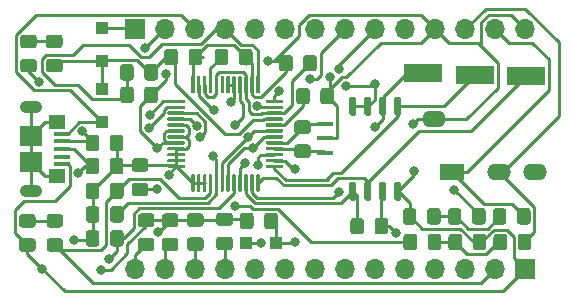
<source format=gbr>
%TF.GenerationSoftware,KiCad,Pcbnew,(5.1.6)-1*%
%TF.CreationDate,2020-10-01T22:55:38-05:00*%
%TF.ProjectId,VS1000SimpleBreakout,56533130-3030-4536-996d-706c65427265,rev?*%
%TF.SameCoordinates,Original*%
%TF.FileFunction,Copper,L1,Top*%
%TF.FilePolarity,Positive*%
%FSLAX46Y46*%
G04 Gerber Fmt 4.6, Leading zero omitted, Abs format (unit mm)*
G04 Created by KiCad (PCBNEW (5.1.6)-1) date 2020-10-01 22:55:38*
%MOMM*%
%LPD*%
G01*
G04 APERTURE LIST*
%TA.AperFunction,SMDPad,CuDef*%
%ADD10R,1.100000X1.100000*%
%TD*%
%TA.AperFunction,SMDPad,CuDef*%
%ADD11R,1.000000X1.000000*%
%TD*%
%TA.AperFunction,ComponentPad*%
%ADD12O,1.700000X1.700000*%
%TD*%
%TA.AperFunction,ComponentPad*%
%ADD13R,1.700000X1.700000*%
%TD*%
%TA.AperFunction,ComponentPad*%
%ADD14O,2.000000X1.400000*%
%TD*%
%TA.AperFunction,ComponentPad*%
%ADD15R,2.000000X1.400000*%
%TD*%
%TA.AperFunction,SMDPad,CuDef*%
%ADD16R,1.900000X1.750000*%
%TD*%
%TA.AperFunction,SMDPad,CuDef*%
%ADD17R,1.400000X0.400000*%
%TD*%
%TA.AperFunction,ComponentPad*%
%ADD18O,1.900000X1.050000*%
%TD*%
%TA.AperFunction,SMDPad,CuDef*%
%ADD19R,1.450000X1.150000*%
%TD*%
%TA.AperFunction,SMDPad,CuDef*%
%ADD20R,3.200000X1.600000*%
%TD*%
%TA.AperFunction,ViaPad*%
%ADD21C,0.800000*%
%TD*%
%TA.AperFunction,Conductor*%
%ADD22C,0.250000*%
%TD*%
G04 APERTURE END LIST*
%TO.P,C1,1*%
%TO.N,Net-(C1-Pad1)*%
%TA.AperFunction,SMDPad,CuDef*%
G36*
G01*
X145237000Y-71304999D02*
X145237000Y-72205001D01*
G75*
G02*
X144987001Y-72455000I-249999J0D01*
G01*
X144336999Y-72455000D01*
G75*
G02*
X144087000Y-72205001I0J249999D01*
G01*
X144087000Y-71304999D01*
G75*
G02*
X144336999Y-71055000I249999J0D01*
G01*
X144987001Y-71055000D01*
G75*
G02*
X145237000Y-71304999I0J-249999D01*
G01*
G37*
%TD.AperFunction*%
%TO.P,C1,2*%
%TO.N,GND*%
%TA.AperFunction,SMDPad,CuDef*%
G36*
G01*
X143187000Y-71304999D02*
X143187000Y-72205001D01*
G75*
G02*
X142937001Y-72455000I-249999J0D01*
G01*
X142286999Y-72455000D01*
G75*
G02*
X142037000Y-72205001I0J249999D01*
G01*
X142037000Y-71304999D01*
G75*
G02*
X142286999Y-71055000I249999J0D01*
G01*
X142937001Y-71055000D01*
G75*
G02*
X143187000Y-71304999I0J-249999D01*
G01*
G37*
%TD.AperFunction*%
%TD*%
%TO.P,C2,1*%
%TO.N,Net-(C2-Pad1)*%
%TA.AperFunction,SMDPad,CuDef*%
G36*
G01*
X145897800Y-74376701D02*
X145897800Y-73476699D01*
G75*
G02*
X146147799Y-73226700I249999J0D01*
G01*
X146797801Y-73226700D01*
G75*
G02*
X147047800Y-73476699I0J-249999D01*
G01*
X147047800Y-74376701D01*
G75*
G02*
X146797801Y-74626700I-249999J0D01*
G01*
X146147799Y-74626700D01*
G75*
G02*
X145897800Y-74376701I0J249999D01*
G01*
G37*
%TD.AperFunction*%
%TO.P,C2,2*%
%TO.N,GND*%
%TA.AperFunction,SMDPad,CuDef*%
G36*
G01*
X147947800Y-74376701D02*
X147947800Y-73476699D01*
G75*
G02*
X148197799Y-73226700I249999J0D01*
G01*
X148847801Y-73226700D01*
G75*
G02*
X149097800Y-73476699I0J-249999D01*
G01*
X149097800Y-74376701D01*
G75*
G02*
X148847801Y-74626700I-249999J0D01*
G01*
X148197799Y-74626700D01*
G75*
G02*
X147947800Y-74376701I0J249999D01*
G01*
G37*
%TD.AperFunction*%
%TD*%
%TO.P,C3,2*%
%TO.N,Net-(C1-Pad1)*%
%TA.AperFunction,SMDPad,CuDef*%
G36*
G01*
X150807000Y-71304999D02*
X150807000Y-72205001D01*
G75*
G02*
X150557001Y-72455000I-249999J0D01*
G01*
X149906999Y-72455000D01*
G75*
G02*
X149657000Y-72205001I0J249999D01*
G01*
X149657000Y-71304999D01*
G75*
G02*
X149906999Y-71055000I249999J0D01*
G01*
X150557001Y-71055000D01*
G75*
G02*
X150807000Y-71304999I0J-249999D01*
G01*
G37*
%TD.AperFunction*%
%TO.P,C3,1*%
%TO.N,/L_AC*%
%TA.AperFunction,SMDPad,CuDef*%
G36*
G01*
X152857000Y-71304999D02*
X152857000Y-72205001D01*
G75*
G02*
X152607001Y-72455000I-249999J0D01*
G01*
X151956999Y-72455000D01*
G75*
G02*
X151707000Y-72205001I0J249999D01*
G01*
X151707000Y-71304999D01*
G75*
G02*
X151956999Y-71055000I249999J0D01*
G01*
X152607001Y-71055000D01*
G75*
G02*
X152857000Y-71304999I0J-249999D01*
G01*
G37*
%TD.AperFunction*%
%TD*%
%TO.P,C4,2*%
%TO.N,Net-(C2-Pad1)*%
%TA.AperFunction,SMDPad,CuDef*%
G36*
G01*
X150857800Y-73476699D02*
X150857800Y-74376701D01*
G75*
G02*
X150607801Y-74626700I-249999J0D01*
G01*
X149957799Y-74626700D01*
G75*
G02*
X149707800Y-74376701I0J249999D01*
G01*
X149707800Y-73476699D01*
G75*
G02*
X149957799Y-73226700I249999J0D01*
G01*
X150607801Y-73226700D01*
G75*
G02*
X150857800Y-73476699I0J-249999D01*
G01*
G37*
%TD.AperFunction*%
%TO.P,C4,1*%
%TO.N,/R_AC*%
%TA.AperFunction,SMDPad,CuDef*%
G36*
G01*
X152907800Y-73476699D02*
X152907800Y-74376701D01*
G75*
G02*
X152657801Y-74626700I-249999J0D01*
G01*
X152007799Y-74626700D01*
G75*
G02*
X151757800Y-74376701I0J249999D01*
G01*
X151757800Y-73476699D01*
G75*
G02*
X152007799Y-73226700I249999J0D01*
G01*
X152657801Y-73226700D01*
G75*
G02*
X152907800Y-73476699I0J-249999D01*
G01*
G37*
%TD.AperFunction*%
%TD*%
%TO.P,C5,2*%
%TO.N,/VHIGH*%
%TA.AperFunction,SMDPad,CuDef*%
G36*
G01*
X122994000Y-57817599D02*
X122994000Y-58717601D01*
G75*
G02*
X122744001Y-58967600I-249999J0D01*
G01*
X122093999Y-58967600D01*
G75*
G02*
X121844000Y-58717601I0J249999D01*
G01*
X121844000Y-57817599D01*
G75*
G02*
X122093999Y-57567600I249999J0D01*
G01*
X122744001Y-57567600D01*
G75*
G02*
X122994000Y-57817599I0J-249999D01*
G01*
G37*
%TD.AperFunction*%
%TO.P,C5,1*%
%TO.N,GND*%
%TA.AperFunction,SMDPad,CuDef*%
G36*
G01*
X125044000Y-57817599D02*
X125044000Y-58717601D01*
G75*
G02*
X124794001Y-58967600I-249999J0D01*
G01*
X124143999Y-58967600D01*
G75*
G02*
X123894000Y-58717601I0J249999D01*
G01*
X123894000Y-57817599D01*
G75*
G02*
X124143999Y-57567600I249999J0D01*
G01*
X124794001Y-57567600D01*
G75*
G02*
X125044000Y-57817599I0J-249999D01*
G01*
G37*
%TD.AperFunction*%
%TD*%
%TO.P,C6,1*%
%TO.N,GND*%
%TA.AperFunction,SMDPad,CuDef*%
G36*
G01*
X131555800Y-59225601D02*
X131555800Y-58325599D01*
G75*
G02*
X131805799Y-58075600I249999J0D01*
G01*
X132455801Y-58075600D01*
G75*
G02*
X132705800Y-58325599I0J-249999D01*
G01*
X132705800Y-59225601D01*
G75*
G02*
X132455801Y-59475600I-249999J0D01*
G01*
X131805799Y-59475600D01*
G75*
G02*
X131555800Y-59225601I0J249999D01*
G01*
G37*
%TD.AperFunction*%
%TO.P,C6,2*%
%TO.N,VDDA*%
%TA.AperFunction,SMDPad,CuDef*%
G36*
G01*
X133605800Y-59225601D02*
X133605800Y-58325599D01*
G75*
G02*
X133855799Y-58075600I249999J0D01*
G01*
X134505801Y-58075600D01*
G75*
G02*
X134755800Y-58325599I0J-249999D01*
G01*
X134755800Y-59225601D01*
G75*
G02*
X134505801Y-59475600I-249999J0D01*
G01*
X133855799Y-59475600D01*
G75*
G02*
X133605800Y-59225601I0J249999D01*
G01*
G37*
%TD.AperFunction*%
%TD*%
%TO.P,C7,2*%
%TO.N,VDD*%
%TA.AperFunction,SMDPad,CuDef*%
G36*
G01*
X120236401Y-67986600D02*
X119336399Y-67986600D01*
G75*
G02*
X119086400Y-67736601I0J249999D01*
G01*
X119086400Y-67086599D01*
G75*
G02*
X119336399Y-66836600I249999J0D01*
G01*
X120236401Y-66836600D01*
G75*
G02*
X120486400Y-67086599I0J-249999D01*
G01*
X120486400Y-67736601D01*
G75*
G02*
X120236401Y-67986600I-249999J0D01*
G01*
G37*
%TD.AperFunction*%
%TO.P,C7,1*%
%TO.N,GND*%
%TA.AperFunction,SMDPad,CuDef*%
G36*
G01*
X120236401Y-70036600D02*
X119336399Y-70036600D01*
G75*
G02*
X119086400Y-69786601I0J249999D01*
G01*
X119086400Y-69136599D01*
G75*
G02*
X119336399Y-68886600I249999J0D01*
G01*
X120236401Y-68886600D01*
G75*
G02*
X120486400Y-69136599I0J-249999D01*
G01*
X120486400Y-69786601D01*
G75*
G02*
X120236401Y-70036600I-249999J0D01*
G01*
G37*
%TD.AperFunction*%
%TD*%
%TO.P,C8,1*%
%TO.N,Net-(C8-Pad1)*%
%TA.AperFunction,SMDPad,CuDef*%
G36*
G01*
X126111200Y-58717601D02*
X126111200Y-57817599D01*
G75*
G02*
X126361199Y-57567600I249999J0D01*
G01*
X127011201Y-57567600D01*
G75*
G02*
X127261200Y-57817599I0J-249999D01*
G01*
X127261200Y-58717601D01*
G75*
G02*
X127011201Y-58967600I-249999J0D01*
G01*
X126361199Y-58967600D01*
G75*
G02*
X126111200Y-58717601I0J249999D01*
G01*
G37*
%TD.AperFunction*%
%TO.P,C8,2*%
%TO.N,GND*%
%TA.AperFunction,SMDPad,CuDef*%
G36*
G01*
X128161200Y-58717601D02*
X128161200Y-57817599D01*
G75*
G02*
X128411199Y-57567600I249999J0D01*
G01*
X129061201Y-57567600D01*
G75*
G02*
X129311200Y-57817599I0J-249999D01*
G01*
X129311200Y-58717601D01*
G75*
G02*
X129061201Y-58967600I-249999J0D01*
G01*
X128411199Y-58967600D01*
G75*
G02*
X128161200Y-58717601I0J249999D01*
G01*
G37*
%TD.AperFunction*%
%TD*%
%TO.P,C9,2*%
%TO.N,Net-(C9-Pad2)*%
%TA.AperFunction,SMDPad,CuDef*%
G36*
G01*
X134161000Y-61119599D02*
X134161000Y-62019601D01*
G75*
G02*
X133911001Y-62269600I-249999J0D01*
G01*
X133260999Y-62269600D01*
G75*
G02*
X133011000Y-62019601I0J249999D01*
G01*
X133011000Y-61119599D01*
G75*
G02*
X133260999Y-60869600I249999J0D01*
G01*
X133911001Y-60869600D01*
G75*
G02*
X134161000Y-61119599I0J-249999D01*
G01*
G37*
%TD.AperFunction*%
%TO.P,C9,1*%
%TO.N,GND*%
%TA.AperFunction,SMDPad,CuDef*%
G36*
G01*
X136211000Y-61119599D02*
X136211000Y-62019601D01*
G75*
G02*
X135961001Y-62269600I-249999J0D01*
G01*
X135310999Y-62269600D01*
G75*
G02*
X135061000Y-62019601I0J249999D01*
G01*
X135061000Y-61119599D01*
G75*
G02*
X135310999Y-60869600I249999J0D01*
G01*
X135961001Y-60869600D01*
G75*
G02*
X136211000Y-61119599I0J-249999D01*
G01*
G37*
%TD.AperFunction*%
%TD*%
%TO.P,C10,1*%
%TO.N,Net-(C10-Pad1)*%
%TA.AperFunction,SMDPad,CuDef*%
G36*
G01*
X118097500Y-60013001D02*
X118097500Y-59112999D01*
G75*
G02*
X118347499Y-58863000I249999J0D01*
G01*
X118997501Y-58863000D01*
G75*
G02*
X119247500Y-59112999I0J-249999D01*
G01*
X119247500Y-60013001D01*
G75*
G02*
X118997501Y-60263000I-249999J0D01*
G01*
X118347499Y-60263000D01*
G75*
G02*
X118097500Y-60013001I0J249999D01*
G01*
G37*
%TD.AperFunction*%
%TO.P,C10,2*%
%TO.N,/VHIGH*%
%TA.AperFunction,SMDPad,CuDef*%
G36*
G01*
X120147500Y-60013001D02*
X120147500Y-59112999D01*
G75*
G02*
X120397499Y-58863000I249999J0D01*
G01*
X121047501Y-58863000D01*
G75*
G02*
X121297500Y-59112999I0J-249999D01*
G01*
X121297500Y-60013001D01*
G75*
G02*
X121047501Y-60263000I-249999J0D01*
G01*
X120397499Y-60263000D01*
G75*
G02*
X120147500Y-60013001I0J249999D01*
G01*
G37*
%TD.AperFunction*%
%TD*%
%TO.P,D1,1*%
%TO.N,GND*%
%TA.AperFunction,SMDPad,CuDef*%
G36*
G01*
X110787601Y-59562800D02*
X109887599Y-59562800D01*
G75*
G02*
X109637600Y-59312801I0J249999D01*
G01*
X109637600Y-58662799D01*
G75*
G02*
X109887599Y-58412800I249999J0D01*
G01*
X110787601Y-58412800D01*
G75*
G02*
X111037600Y-58662799I0J-249999D01*
G01*
X111037600Y-59312801D01*
G75*
G02*
X110787601Y-59562800I-249999J0D01*
G01*
G37*
%TD.AperFunction*%
%TO.P,D1,2*%
%TO.N,Net-(D1-Pad2)*%
%TA.AperFunction,SMDPad,CuDef*%
G36*
G01*
X110787601Y-57512800D02*
X109887599Y-57512800D01*
G75*
G02*
X109637600Y-57262801I0J249999D01*
G01*
X109637600Y-56612799D01*
G75*
G02*
X109887599Y-56362800I249999J0D01*
G01*
X110787601Y-56362800D01*
G75*
G02*
X111037600Y-56612799I0J-249999D01*
G01*
X111037600Y-57262801D01*
G75*
G02*
X110787601Y-57512800I-249999J0D01*
G01*
G37*
%TD.AperFunction*%
%TD*%
%TO.P,D2,2*%
%TO.N,Net-(D2-Pad2)*%
%TA.AperFunction,SMDPad,CuDef*%
G36*
G01*
X110686001Y-72702000D02*
X109785999Y-72702000D01*
G75*
G02*
X109536000Y-72452001I0J249999D01*
G01*
X109536000Y-71801999D01*
G75*
G02*
X109785999Y-71552000I249999J0D01*
G01*
X110686001Y-71552000D01*
G75*
G02*
X110936000Y-71801999I0J-249999D01*
G01*
X110936000Y-72452001D01*
G75*
G02*
X110686001Y-72702000I-249999J0D01*
G01*
G37*
%TD.AperFunction*%
%TO.P,D2,1*%
%TO.N,GND*%
%TA.AperFunction,SMDPad,CuDef*%
G36*
G01*
X110686001Y-74752000D02*
X109785999Y-74752000D01*
G75*
G02*
X109536000Y-74502001I0J249999D01*
G01*
X109536000Y-73851999D01*
G75*
G02*
X109785999Y-73602000I249999J0D01*
G01*
X110686001Y-73602000D01*
G75*
G02*
X110936000Y-73851999I0J-249999D01*
G01*
X110936000Y-74502001D01*
G75*
G02*
X110686001Y-74752000I-249999J0D01*
G01*
G37*
%TD.AperFunction*%
%TD*%
D10*
%TO.P,D3,1*%
%TO.N,/VHIGH*%
X116522500Y-60957000D03*
%TO.P,D3,2*%
%TO.N,VBUS*%
X116522500Y-63757000D03*
%TD*%
%TO.P,D4,2*%
%TO.N,+5V*%
X116522500Y-55813500D03*
%TO.P,D4,1*%
%TO.N,/VHIGH*%
X116522500Y-58613500D03*
%TD*%
D11*
%TO.P,D5,1*%
%TO.N,/RX_5V*%
X128798000Y-74015600D03*
%TO.P,D5,2*%
%TO.N,Net-(D5-Pad2)*%
X131298000Y-74015600D03*
%TD*%
D12*
%TO.P,J1,14*%
%TO.N,Net-(J1-Pad14)*%
X119380000Y-76200000D03*
%TO.P,J1,13*%
%TO.N,/GPIO0_0*%
X121920000Y-76200000D03*
%TO.P,J1,12*%
%TO.N,/GPIO0_1*%
X124460000Y-76200000D03*
%TO.P,J1,11*%
%TO.N,/GPIO0_2*%
X127000000Y-76200000D03*
%TO.P,J1,10*%
%TO.N,Net-(J1-Pad10)*%
X129540000Y-76200000D03*
%TO.P,J1,9*%
%TO.N,Net-(J1-Pad9)*%
X132080000Y-76200000D03*
%TO.P,J1,8*%
%TO.N,Net-(J1-Pad8)*%
X134620000Y-76200000D03*
%TO.P,J1,7*%
%TO.N,Net-(J1-Pad7)*%
X137160000Y-76200000D03*
%TO.P,J1,6*%
%TO.N,Net-(J1-Pad6)*%
X139700000Y-76200000D03*
%TO.P,J1,5*%
%TO.N,Net-(J1-Pad5)*%
X142240000Y-76200000D03*
%TO.P,J1,4*%
%TO.N,Net-(J1-Pad4)*%
X144780000Y-76200000D03*
%TO.P,J1,3*%
%TO.N,Net-(J1-Pad3)*%
X147320000Y-76200000D03*
%TO.P,J1,2*%
%TO.N,/Play_Signal*%
X149860000Y-76200000D03*
D13*
%TO.P,J1,1*%
%TO.N,GND*%
X152400000Y-76200000D03*
%TD*%
D14*
%TO.P,J2,R2*%
%TO.N,Net-(J2-PadR2)*%
X153202400Y-68000000D03*
%TO.P,J2,R1*%
%TO.N,/R_AC*%
X150202400Y-68000000D03*
D15*
%TO.P,J2,T*%
%TO.N,/L_AC*%
X146202400Y-68000000D03*
D14*
%TO.P,J2,S*%
%TO.N,GND*%
X144702400Y-63500000D03*
%TD*%
D16*
%TO.P,J3,6*%
%TO.N,Net-(J3-Pad6)*%
X110560000Y-67165000D03*
D17*
%TO.P,J3,2*%
%TO.N,/D-*%
X113210000Y-65390000D03*
%TO.P,J3,1*%
%TO.N,VBUS*%
X113210000Y-64740000D03*
%TO.P,J3,5*%
%TO.N,GND*%
X113210000Y-67340000D03*
%TO.P,J3,4*%
%TO.N,Net-(J3-Pad4)*%
X113210000Y-66690000D03*
%TO.P,J3,3*%
%TO.N,/D+*%
X113210000Y-66040000D03*
D16*
%TO.P,J3,6*%
%TO.N,Net-(J3-Pad6)*%
X110560000Y-64915000D03*
D18*
X110560000Y-62465000D03*
X110560000Y-69615000D03*
D19*
X112790000Y-68360000D03*
X112790000Y-63720000D03*
%TD*%
D13*
%TO.P,J4,1*%
%TO.N,+5V*%
X119380000Y-55880000D03*
D12*
%TO.P,J4,2*%
%TO.N,GND*%
X121920000Y-55880000D03*
%TO.P,J4,3*%
%TO.N,VBUS*%
X124460000Y-55880000D03*
%TO.P,J4,4*%
%TO.N,Net-(C10-Pad1)*%
X127000000Y-55880000D03*
%TO.P,J4,5*%
%TO.N,/TX*%
X129540000Y-55880000D03*
%TO.P,J4,6*%
%TO.N,/RX_5V*%
X132080000Y-55880000D03*
%TO.P,J4,7*%
%TO.N,/GPIO0_11*%
X134620000Y-55880000D03*
%TO.P,J4,8*%
%TO.N,/GPIO0_13*%
X137160000Y-55880000D03*
%TO.P,J4,9*%
%TO.N,/GPIO0_14*%
X139700000Y-55880000D03*
%TO.P,J4,10*%
%TO.N,Net-(J4-Pad10)*%
X142240000Y-55880000D03*
%TO.P,J4,11*%
%TO.N,GND*%
X144780000Y-55880000D03*
%TO.P,J4,12*%
%TO.N,/R_AC*%
X147320000Y-55880000D03*
%TO.P,J4,13*%
%TO.N,/L_AC*%
X149860000Y-55880000D03*
%TO.P,J4,14*%
%TO.N,GND*%
X152400000Y-55880000D03*
%TD*%
%TO.P,R1,2*%
%TO.N,/VHIGH*%
%TA.AperFunction,SMDPad,CuDef*%
G36*
G01*
X112071999Y-58412800D02*
X112972001Y-58412800D01*
G75*
G02*
X113222000Y-58662799I0J-249999D01*
G01*
X113222000Y-59312801D01*
G75*
G02*
X112972001Y-59562800I-249999J0D01*
G01*
X112071999Y-59562800D01*
G75*
G02*
X111822000Y-59312801I0J249999D01*
G01*
X111822000Y-58662799D01*
G75*
G02*
X112071999Y-58412800I249999J0D01*
G01*
G37*
%TD.AperFunction*%
%TO.P,R1,1*%
%TO.N,Net-(D1-Pad2)*%
%TA.AperFunction,SMDPad,CuDef*%
G36*
G01*
X112071999Y-56362800D02*
X112972001Y-56362800D01*
G75*
G02*
X113222000Y-56612799I0J-249999D01*
G01*
X113222000Y-57262801D01*
G75*
G02*
X112972001Y-57512800I-249999J0D01*
G01*
X112071999Y-57512800D01*
G75*
G02*
X111822000Y-57262801I0J249999D01*
G01*
X111822000Y-56612799D01*
G75*
G02*
X112071999Y-56362800I249999J0D01*
G01*
G37*
%TD.AperFunction*%
%TD*%
%TO.P,R2,1*%
%TO.N,Net-(D2-Pad2)*%
%TA.AperFunction,SMDPad,CuDef*%
G36*
G01*
X112122799Y-71552000D02*
X113022801Y-71552000D01*
G75*
G02*
X113272800Y-71801999I0J-249999D01*
G01*
X113272800Y-72452001D01*
G75*
G02*
X113022801Y-72702000I-249999J0D01*
G01*
X112122799Y-72702000D01*
G75*
G02*
X111872800Y-72452001I0J249999D01*
G01*
X111872800Y-71801999D01*
G75*
G02*
X112122799Y-71552000I249999J0D01*
G01*
G37*
%TD.AperFunction*%
%TO.P,R2,2*%
%TO.N,/Play_Signal*%
%TA.AperFunction,SMDPad,CuDef*%
G36*
G01*
X112122799Y-73602000D02*
X113022801Y-73602000D01*
G75*
G02*
X113272800Y-73851999I0J-249999D01*
G01*
X113272800Y-74502001D01*
G75*
G02*
X113022801Y-74752000I-249999J0D01*
G01*
X112122799Y-74752000D01*
G75*
G02*
X111872800Y-74502001I0J249999D01*
G01*
X111872800Y-73851999D01*
G75*
G02*
X112122799Y-73602000I249999J0D01*
G01*
G37*
%TD.AperFunction*%
%TD*%
%TO.P,R3,1*%
%TO.N,Net-(C2-Pad1)*%
%TA.AperFunction,SMDPad,CuDef*%
G36*
G01*
X145287800Y-73476699D02*
X145287800Y-74376701D01*
G75*
G02*
X145037801Y-74626700I-249999J0D01*
G01*
X144387799Y-74626700D01*
G75*
G02*
X144137800Y-74376701I0J249999D01*
G01*
X144137800Y-73476699D01*
G75*
G02*
X144387799Y-73226700I249999J0D01*
G01*
X145037801Y-73226700D01*
G75*
G02*
X145287800Y-73476699I0J-249999D01*
G01*
G37*
%TD.AperFunction*%
%TO.P,R3,2*%
%TO.N,/Right*%
%TA.AperFunction,SMDPad,CuDef*%
G36*
G01*
X143237800Y-73476699D02*
X143237800Y-74376701D01*
G75*
G02*
X142987801Y-74626700I-249999J0D01*
G01*
X142337799Y-74626700D01*
G75*
G02*
X142087800Y-74376701I0J249999D01*
G01*
X142087800Y-73476699D01*
G75*
G02*
X142337799Y-73226700I249999J0D01*
G01*
X142987801Y-73226700D01*
G75*
G02*
X143237800Y-73476699I0J-249999D01*
G01*
G37*
%TD.AperFunction*%
%TD*%
%TO.P,R4,2*%
%TO.N,/Left*%
%TA.AperFunction,SMDPad,CuDef*%
G36*
G01*
X147897000Y-72205001D02*
X147897000Y-71304999D01*
G75*
G02*
X148146999Y-71055000I249999J0D01*
G01*
X148797001Y-71055000D01*
G75*
G02*
X149047000Y-71304999I0J-249999D01*
G01*
X149047000Y-72205001D01*
G75*
G02*
X148797001Y-72455000I-249999J0D01*
G01*
X148146999Y-72455000D01*
G75*
G02*
X147897000Y-72205001I0J249999D01*
G01*
G37*
%TD.AperFunction*%
%TO.P,R4,1*%
%TO.N,Net-(C1-Pad1)*%
%TA.AperFunction,SMDPad,CuDef*%
G36*
G01*
X145847000Y-72205001D02*
X145847000Y-71304999D01*
G75*
G02*
X146096999Y-71055000I249999J0D01*
G01*
X146747001Y-71055000D01*
G75*
G02*
X146997000Y-71304999I0J-249999D01*
G01*
X146997000Y-72205001D01*
G75*
G02*
X146747001Y-72455000I-249999J0D01*
G01*
X146096999Y-72455000D01*
G75*
G02*
X145847000Y-72205001I0J249999D01*
G01*
G37*
%TD.AperFunction*%
%TD*%
%TO.P,R5,1*%
%TO.N,/CS*%
%TA.AperFunction,SMDPad,CuDef*%
G36*
G01*
X137592000Y-73030501D02*
X137592000Y-72130499D01*
G75*
G02*
X137841999Y-71880500I249999J0D01*
G01*
X138492001Y-71880500D01*
G75*
G02*
X138742000Y-72130499I0J-249999D01*
G01*
X138742000Y-73030501D01*
G75*
G02*
X138492001Y-73280500I-249999J0D01*
G01*
X137841999Y-73280500D01*
G75*
G02*
X137592000Y-73030501I0J249999D01*
G01*
G37*
%TD.AperFunction*%
%TO.P,R5,2*%
%TO.N,VDD*%
%TA.AperFunction,SMDPad,CuDef*%
G36*
G01*
X139642000Y-73030501D02*
X139642000Y-72130499D01*
G75*
G02*
X139891999Y-71880500I249999J0D01*
G01*
X140542001Y-71880500D01*
G75*
G02*
X140792000Y-72130499I0J-249999D01*
G01*
X140792000Y-73030501D01*
G75*
G02*
X140542001Y-73280500I-249999J0D01*
G01*
X139891999Y-73280500D01*
G75*
G02*
X139642000Y-73030501I0J249999D01*
G01*
G37*
%TD.AperFunction*%
%TD*%
%TO.P,R6,1*%
%TO.N,Net-(J1-Pad14)*%
%TA.AperFunction,SMDPad,CuDef*%
G36*
G01*
X120744401Y-74701200D02*
X119844399Y-74701200D01*
G75*
G02*
X119594400Y-74451201I0J249999D01*
G01*
X119594400Y-73801199D01*
G75*
G02*
X119844399Y-73551200I249999J0D01*
G01*
X120744401Y-73551200D01*
G75*
G02*
X120994400Y-73801199I0J-249999D01*
G01*
X120994400Y-74451201D01*
G75*
G02*
X120744401Y-74701200I-249999J0D01*
G01*
G37*
%TD.AperFunction*%
%TO.P,R6,2*%
%TO.N,VDD*%
%TA.AperFunction,SMDPad,CuDef*%
G36*
G01*
X120744401Y-72651200D02*
X119844399Y-72651200D01*
G75*
G02*
X119594400Y-72401201I0J249999D01*
G01*
X119594400Y-71751199D01*
G75*
G02*
X119844399Y-71501200I249999J0D01*
G01*
X120744401Y-71501200D01*
G75*
G02*
X120994400Y-71751199I0J-249999D01*
G01*
X120994400Y-72401201D01*
G75*
G02*
X120744401Y-72651200I-249999J0D01*
G01*
G37*
%TD.AperFunction*%
%TD*%
%TO.P,R7,2*%
%TO.N,Net-(R7-Pad2)*%
%TA.AperFunction,SMDPad,CuDef*%
G36*
G01*
X133090499Y-65664500D02*
X133990501Y-65664500D01*
G75*
G02*
X134240500Y-65914499I0J-249999D01*
G01*
X134240500Y-66564501D01*
G75*
G02*
X133990501Y-66814500I-249999J0D01*
G01*
X133090499Y-66814500D01*
G75*
G02*
X132840500Y-66564501I0J249999D01*
G01*
X132840500Y-65914499D01*
G75*
G02*
X133090499Y-65664500I249999J0D01*
G01*
G37*
%TD.AperFunction*%
%TO.P,R7,1*%
%TO.N,Net-(R7-Pad1)*%
%TA.AperFunction,SMDPad,CuDef*%
G36*
G01*
X133090499Y-63614500D02*
X133990501Y-63614500D01*
G75*
G02*
X134240500Y-63864499I0J-249999D01*
G01*
X134240500Y-64514501D01*
G75*
G02*
X133990501Y-64764500I-249999J0D01*
G01*
X133090499Y-64764500D01*
G75*
G02*
X132840500Y-64514501I0J249999D01*
G01*
X132840500Y-63864499D01*
G75*
G02*
X133090499Y-63614500I249999J0D01*
G01*
G37*
%TD.AperFunction*%
%TD*%
%TO.P,R8,1*%
%TO.N,Net-(D5-Pad2)*%
%TA.AperFunction,SMDPad,CuDef*%
G36*
G01*
X131444800Y-71685999D02*
X131444800Y-72586001D01*
G75*
G02*
X131194801Y-72836000I-249999J0D01*
G01*
X130544799Y-72836000D01*
G75*
G02*
X130294800Y-72586001I0J249999D01*
G01*
X130294800Y-71685999D01*
G75*
G02*
X130544799Y-71436000I249999J0D01*
G01*
X131194801Y-71436000D01*
G75*
G02*
X131444800Y-71685999I0J-249999D01*
G01*
G37*
%TD.AperFunction*%
%TO.P,R8,2*%
%TO.N,VDD*%
%TA.AperFunction,SMDPad,CuDef*%
G36*
G01*
X129394800Y-71685999D02*
X129394800Y-72586001D01*
G75*
G02*
X129144801Y-72836000I-249999J0D01*
G01*
X128494799Y-72836000D01*
G75*
G02*
X128244800Y-72586001I0J249999D01*
G01*
X128244800Y-71685999D01*
G75*
G02*
X128494799Y-71436000I249999J0D01*
G01*
X129144801Y-71436000D01*
G75*
G02*
X129394800Y-71685999I0J-249999D01*
G01*
G37*
%TD.AperFunction*%
%TD*%
%TO.P,R9,2*%
%TO.N,GND*%
%TA.AperFunction,SMDPad,CuDef*%
G36*
G01*
X120147500Y-61918001D02*
X120147500Y-61017999D01*
G75*
G02*
X120397499Y-60768000I249999J0D01*
G01*
X121047501Y-60768000D01*
G75*
G02*
X121297500Y-61017999I0J-249999D01*
G01*
X121297500Y-61918001D01*
G75*
G02*
X121047501Y-62168000I-249999J0D01*
G01*
X120397499Y-62168000D01*
G75*
G02*
X120147500Y-61918001I0J249999D01*
G01*
G37*
%TD.AperFunction*%
%TO.P,R9,1*%
%TO.N,Net-(C10-Pad1)*%
%TA.AperFunction,SMDPad,CuDef*%
G36*
G01*
X118097500Y-61918001D02*
X118097500Y-61017999D01*
G75*
G02*
X118347499Y-60768000I249999J0D01*
G01*
X118997501Y-60768000D01*
G75*
G02*
X119247500Y-61017999I0J-249999D01*
G01*
X119247500Y-61918001D01*
G75*
G02*
X118997501Y-62168000I-249999J0D01*
G01*
X118347499Y-62168000D01*
G75*
G02*
X118097500Y-61918001I0J249999D01*
G01*
G37*
%TD.AperFunction*%
%TD*%
%TO.P,R10,1*%
%TO.N,VDD*%
%TA.AperFunction,SMDPad,CuDef*%
G36*
G01*
X118376500Y-65081999D02*
X118376500Y-65982001D01*
G75*
G02*
X118126501Y-66232000I-249999J0D01*
G01*
X117476499Y-66232000D01*
G75*
G02*
X117226500Y-65982001I0J249999D01*
G01*
X117226500Y-65081999D01*
G75*
G02*
X117476499Y-64832000I249999J0D01*
G01*
X118126501Y-64832000D01*
G75*
G02*
X118376500Y-65081999I0J-249999D01*
G01*
G37*
%TD.AperFunction*%
%TO.P,R10,2*%
%TO.N,/D-*%
%TA.AperFunction,SMDPad,CuDef*%
G36*
G01*
X116326500Y-65081999D02*
X116326500Y-65982001D01*
G75*
G02*
X116076501Y-66232000I-249999J0D01*
G01*
X115426499Y-66232000D01*
G75*
G02*
X115176500Y-65982001I0J249999D01*
G01*
X115176500Y-65081999D01*
G75*
G02*
X115426499Y-64832000I249999J0D01*
G01*
X116076501Y-64832000D01*
G75*
G02*
X116326500Y-65081999I0J-249999D01*
G01*
G37*
%TD.AperFunction*%
%TD*%
%TO.P,R11,2*%
%TO.N,/D+*%
%TA.AperFunction,SMDPad,CuDef*%
G36*
G01*
X116326500Y-67050499D02*
X116326500Y-67950501D01*
G75*
G02*
X116076501Y-68200500I-249999J0D01*
G01*
X115426499Y-68200500D01*
G75*
G02*
X115176500Y-67950501I0J249999D01*
G01*
X115176500Y-67050499D01*
G75*
G02*
X115426499Y-66800500I249999J0D01*
G01*
X116076501Y-66800500D01*
G75*
G02*
X116326500Y-67050499I0J-249999D01*
G01*
G37*
%TD.AperFunction*%
%TO.P,R11,1*%
%TO.N,VDD*%
%TA.AperFunction,SMDPad,CuDef*%
G36*
G01*
X118376500Y-67050499D02*
X118376500Y-67950501D01*
G75*
G02*
X118126501Y-68200500I-249999J0D01*
G01*
X117476499Y-68200500D01*
G75*
G02*
X117226500Y-67950501I0J249999D01*
G01*
X117226500Y-67050499D01*
G75*
G02*
X117476499Y-66800500I249999J0D01*
G01*
X118126501Y-66800500D01*
G75*
G02*
X118376500Y-67050499I0J-249999D01*
G01*
G37*
%TD.AperFunction*%
%TD*%
%TO.P,R12,1*%
%TO.N,VDD*%
%TA.AperFunction,SMDPad,CuDef*%
G36*
G01*
X121876399Y-71501200D02*
X122776401Y-71501200D01*
G75*
G02*
X123026400Y-71751199I0J-249999D01*
G01*
X123026400Y-72401201D01*
G75*
G02*
X122776401Y-72651200I-249999J0D01*
G01*
X121876399Y-72651200D01*
G75*
G02*
X121626400Y-72401201I0J249999D01*
G01*
X121626400Y-71751199D01*
G75*
G02*
X121876399Y-71501200I249999J0D01*
G01*
G37*
%TD.AperFunction*%
%TO.P,R12,2*%
%TO.N,/GPIO0_0*%
%TA.AperFunction,SMDPad,CuDef*%
G36*
G01*
X121876399Y-73551200D02*
X122776401Y-73551200D01*
G75*
G02*
X123026400Y-73801199I0J-249999D01*
G01*
X123026400Y-74451201D01*
G75*
G02*
X122776401Y-74701200I-249999J0D01*
G01*
X121876399Y-74701200D01*
G75*
G02*
X121626400Y-74451201I0J249999D01*
G01*
X121626400Y-73801199D01*
G75*
G02*
X121876399Y-73551200I249999J0D01*
G01*
G37*
%TD.AperFunction*%
%TD*%
%TO.P,R13,2*%
%TO.N,/GPIO0_1*%
%TA.AperFunction,SMDPad,CuDef*%
G36*
G01*
X124009999Y-73538500D02*
X124910001Y-73538500D01*
G75*
G02*
X125160000Y-73788499I0J-249999D01*
G01*
X125160000Y-74438501D01*
G75*
G02*
X124910001Y-74688500I-249999J0D01*
G01*
X124009999Y-74688500D01*
G75*
G02*
X123760000Y-74438501I0J249999D01*
G01*
X123760000Y-73788499D01*
G75*
G02*
X124009999Y-73538500I249999J0D01*
G01*
G37*
%TD.AperFunction*%
%TO.P,R13,1*%
%TO.N,VDD*%
%TA.AperFunction,SMDPad,CuDef*%
G36*
G01*
X124009999Y-71488500D02*
X124910001Y-71488500D01*
G75*
G02*
X125160000Y-71738499I0J-249999D01*
G01*
X125160000Y-72388501D01*
G75*
G02*
X124910001Y-72638500I-249999J0D01*
G01*
X124009999Y-72638500D01*
G75*
G02*
X123760000Y-72388501I0J249999D01*
G01*
X123760000Y-71738499D01*
G75*
G02*
X124009999Y-71488500I249999J0D01*
G01*
G37*
%TD.AperFunction*%
%TD*%
%TO.P,R14,1*%
%TO.N,VDD*%
%TA.AperFunction,SMDPad,CuDef*%
G36*
G01*
X126486499Y-71425000D02*
X127386501Y-71425000D01*
G75*
G02*
X127636500Y-71674999I0J-249999D01*
G01*
X127636500Y-72325001D01*
G75*
G02*
X127386501Y-72575000I-249999J0D01*
G01*
X126486499Y-72575000D01*
G75*
G02*
X126236500Y-72325001I0J249999D01*
G01*
X126236500Y-71674999D01*
G75*
G02*
X126486499Y-71425000I249999J0D01*
G01*
G37*
%TD.AperFunction*%
%TO.P,R14,2*%
%TO.N,/GPIO0_2*%
%TA.AperFunction,SMDPad,CuDef*%
G36*
G01*
X126486499Y-73475000D02*
X127386501Y-73475000D01*
G75*
G02*
X127636500Y-73724999I0J-249999D01*
G01*
X127636500Y-74375001D01*
G75*
G02*
X127386501Y-74625000I-249999J0D01*
G01*
X126486499Y-74625000D01*
G75*
G02*
X126236500Y-74375001I0J249999D01*
G01*
X126236500Y-73724999D01*
G75*
G02*
X126486499Y-73475000I249999J0D01*
G01*
G37*
%TD.AperFunction*%
%TD*%
%TO.P,R15,2*%
%TO.N,/GPIO0_13*%
%TA.AperFunction,SMDPad,CuDef*%
G36*
G01*
X117239200Y-72027201D02*
X117239200Y-71127199D01*
G75*
G02*
X117489199Y-70877200I249999J0D01*
G01*
X118139201Y-70877200D01*
G75*
G02*
X118389200Y-71127199I0J-249999D01*
G01*
X118389200Y-72027201D01*
G75*
G02*
X118139201Y-72277200I-249999J0D01*
G01*
X117489199Y-72277200D01*
G75*
G02*
X117239200Y-72027201I0J249999D01*
G01*
G37*
%TD.AperFunction*%
%TO.P,R15,1*%
%TO.N,VDD*%
%TA.AperFunction,SMDPad,CuDef*%
G36*
G01*
X115189200Y-72027201D02*
X115189200Y-71127199D01*
G75*
G02*
X115439199Y-70877200I249999J0D01*
G01*
X116089201Y-70877200D01*
G75*
G02*
X116339200Y-71127199I0J-249999D01*
G01*
X116339200Y-72027201D01*
G75*
G02*
X116089201Y-72277200I-249999J0D01*
G01*
X115439199Y-72277200D01*
G75*
G02*
X115189200Y-72027201I0J249999D01*
G01*
G37*
%TD.AperFunction*%
%TD*%
%TO.P,R16,1*%
%TO.N,VDD*%
%TA.AperFunction,SMDPad,CuDef*%
G36*
G01*
X115189200Y-70046001D02*
X115189200Y-69145999D01*
G75*
G02*
X115439199Y-68896000I249999J0D01*
G01*
X116089201Y-68896000D01*
G75*
G02*
X116339200Y-69145999I0J-249999D01*
G01*
X116339200Y-70046001D01*
G75*
G02*
X116089201Y-70296000I-249999J0D01*
G01*
X115439199Y-70296000D01*
G75*
G02*
X115189200Y-70046001I0J249999D01*
G01*
G37*
%TD.AperFunction*%
%TO.P,R16,2*%
%TO.N,/Play_Signal*%
%TA.AperFunction,SMDPad,CuDef*%
G36*
G01*
X117239200Y-70046001D02*
X117239200Y-69145999D01*
G75*
G02*
X117489199Y-68896000I249999J0D01*
G01*
X118139201Y-68896000D01*
G75*
G02*
X118389200Y-69145999I0J-249999D01*
G01*
X118389200Y-70046001D01*
G75*
G02*
X118139201Y-70296000I-249999J0D01*
G01*
X117489199Y-70296000D01*
G75*
G02*
X117239200Y-70046001I0J249999D01*
G01*
G37*
%TD.AperFunction*%
%TD*%
%TO.P,R17,1*%
%TO.N,VDD*%
%TA.AperFunction,SMDPad,CuDef*%
G36*
G01*
X115189200Y-74059201D02*
X115189200Y-73159199D01*
G75*
G02*
X115439199Y-72909200I249999J0D01*
G01*
X116089201Y-72909200D01*
G75*
G02*
X116339200Y-73159199I0J-249999D01*
G01*
X116339200Y-74059201D01*
G75*
G02*
X116089201Y-74309200I-249999J0D01*
G01*
X115439199Y-74309200D01*
G75*
G02*
X115189200Y-74059201I0J249999D01*
G01*
G37*
%TD.AperFunction*%
%TO.P,R17,2*%
%TO.N,/GPIO0_11*%
%TA.AperFunction,SMDPad,CuDef*%
G36*
G01*
X117239200Y-74059201D02*
X117239200Y-73159199D01*
G75*
G02*
X117489199Y-72909200I249999J0D01*
G01*
X118139201Y-72909200D01*
G75*
G02*
X118389200Y-73159199I0J-249999D01*
G01*
X118389200Y-74059201D01*
G75*
G02*
X118139201Y-74309200I-249999J0D01*
G01*
X117489199Y-74309200D01*
G75*
G02*
X117239200Y-74059201I0J249999D01*
G01*
G37*
%TD.AperFunction*%
%TD*%
%TO.P,U1,1*%
%TO.N,/CS*%
%TA.AperFunction,SMDPad,CuDef*%
G36*
G01*
X137945000Y-70440000D02*
X137645000Y-70440000D01*
G75*
G02*
X137495000Y-70290000I0J150000D01*
G01*
X137495000Y-68990000D01*
G75*
G02*
X137645000Y-68840000I150000J0D01*
G01*
X137945000Y-68840000D01*
G75*
G02*
X138095000Y-68990000I0J-150000D01*
G01*
X138095000Y-70290000D01*
G75*
G02*
X137945000Y-70440000I-150000J0D01*
G01*
G37*
%TD.AperFunction*%
%TO.P,U1,2*%
%TO.N,/MISO*%
%TA.AperFunction,SMDPad,CuDef*%
G36*
G01*
X139215000Y-70440000D02*
X138915000Y-70440000D01*
G75*
G02*
X138765000Y-70290000I0J150000D01*
G01*
X138765000Y-68990000D01*
G75*
G02*
X138915000Y-68840000I150000J0D01*
G01*
X139215000Y-68840000D01*
G75*
G02*
X139365000Y-68990000I0J-150000D01*
G01*
X139365000Y-70290000D01*
G75*
G02*
X139215000Y-70440000I-150000J0D01*
G01*
G37*
%TD.AperFunction*%
%TO.P,U1,3*%
%TO.N,VDD*%
%TA.AperFunction,SMDPad,CuDef*%
G36*
G01*
X140485000Y-70440000D02*
X140185000Y-70440000D01*
G75*
G02*
X140035000Y-70290000I0J150000D01*
G01*
X140035000Y-68990000D01*
G75*
G02*
X140185000Y-68840000I150000J0D01*
G01*
X140485000Y-68840000D01*
G75*
G02*
X140635000Y-68990000I0J-150000D01*
G01*
X140635000Y-70290000D01*
G75*
G02*
X140485000Y-70440000I-150000J0D01*
G01*
G37*
%TD.AperFunction*%
%TO.P,U1,4*%
%TO.N,GND*%
%TA.AperFunction,SMDPad,CuDef*%
G36*
G01*
X141755000Y-70440000D02*
X141455000Y-70440000D01*
G75*
G02*
X141305000Y-70290000I0J150000D01*
G01*
X141305000Y-68990000D01*
G75*
G02*
X141455000Y-68840000I150000J0D01*
G01*
X141755000Y-68840000D01*
G75*
G02*
X141905000Y-68990000I0J-150000D01*
G01*
X141905000Y-70290000D01*
G75*
G02*
X141755000Y-70440000I-150000J0D01*
G01*
G37*
%TD.AperFunction*%
%TO.P,U1,5*%
%TO.N,/MOSI*%
%TA.AperFunction,SMDPad,CuDef*%
G36*
G01*
X141755000Y-63240000D02*
X141455000Y-63240000D01*
G75*
G02*
X141305000Y-63090000I0J150000D01*
G01*
X141305000Y-61790000D01*
G75*
G02*
X141455000Y-61640000I150000J0D01*
G01*
X141755000Y-61640000D01*
G75*
G02*
X141905000Y-61790000I0J-150000D01*
G01*
X141905000Y-63090000D01*
G75*
G02*
X141755000Y-63240000I-150000J0D01*
G01*
G37*
%TD.AperFunction*%
%TO.P,U1,6*%
%TO.N,/SCK*%
%TA.AperFunction,SMDPad,CuDef*%
G36*
G01*
X140485000Y-63240000D02*
X140185000Y-63240000D01*
G75*
G02*
X140035000Y-63090000I0J150000D01*
G01*
X140035000Y-61790000D01*
G75*
G02*
X140185000Y-61640000I150000J0D01*
G01*
X140485000Y-61640000D01*
G75*
G02*
X140635000Y-61790000I0J-150000D01*
G01*
X140635000Y-63090000D01*
G75*
G02*
X140485000Y-63240000I-150000J0D01*
G01*
G37*
%TD.AperFunction*%
%TO.P,U1,7*%
%TO.N,VDD*%
%TA.AperFunction,SMDPad,CuDef*%
G36*
G01*
X139215000Y-63240000D02*
X138915000Y-63240000D01*
G75*
G02*
X138765000Y-63090000I0J150000D01*
G01*
X138765000Y-61790000D01*
G75*
G02*
X138915000Y-61640000I150000J0D01*
G01*
X139215000Y-61640000D01*
G75*
G02*
X139365000Y-61790000I0J-150000D01*
G01*
X139365000Y-63090000D01*
G75*
G02*
X139215000Y-63240000I-150000J0D01*
G01*
G37*
%TD.AperFunction*%
%TO.P,U1,8*%
%TA.AperFunction,SMDPad,CuDef*%
G36*
G01*
X137945000Y-63240000D02*
X137645000Y-63240000D01*
G75*
G02*
X137495000Y-63090000I0J150000D01*
G01*
X137495000Y-61790000D01*
G75*
G02*
X137645000Y-61640000I150000J0D01*
G01*
X137945000Y-61640000D01*
G75*
G02*
X138095000Y-61790000I0J-150000D01*
G01*
X138095000Y-63090000D01*
G75*
G02*
X137945000Y-63240000I-150000J0D01*
G01*
G37*
%TD.AperFunction*%
%TD*%
%TO.P,U2,1*%
%TO.N,Net-(J1-Pad14)*%
%TA.AperFunction,SMDPad,CuDef*%
G36*
G01*
X122100000Y-62095000D02*
X122100000Y-61945000D01*
G75*
G02*
X122175000Y-61870000I75000J0D01*
G01*
X123500000Y-61870000D01*
G75*
G02*
X123575000Y-61945000I0J-75000D01*
G01*
X123575000Y-62095000D01*
G75*
G02*
X123500000Y-62170000I-75000J0D01*
G01*
X122175000Y-62170000D01*
G75*
G02*
X122100000Y-62095000I0J75000D01*
G01*
G37*
%TD.AperFunction*%
%TO.P,U2,2*%
%TO.N,/GPIO0_0*%
%TA.AperFunction,SMDPad,CuDef*%
G36*
G01*
X122100000Y-62595000D02*
X122100000Y-62445000D01*
G75*
G02*
X122175000Y-62370000I75000J0D01*
G01*
X123500000Y-62370000D01*
G75*
G02*
X123575000Y-62445000I0J-75000D01*
G01*
X123575000Y-62595000D01*
G75*
G02*
X123500000Y-62670000I-75000J0D01*
G01*
X122175000Y-62670000D01*
G75*
G02*
X122100000Y-62595000I0J75000D01*
G01*
G37*
%TD.AperFunction*%
%TO.P,U2,3*%
%TO.N,/GPIO0_1*%
%TA.AperFunction,SMDPad,CuDef*%
G36*
G01*
X122100000Y-63095000D02*
X122100000Y-62945000D01*
G75*
G02*
X122175000Y-62870000I75000J0D01*
G01*
X123500000Y-62870000D01*
G75*
G02*
X123575000Y-62945000I0J-75000D01*
G01*
X123575000Y-63095000D01*
G75*
G02*
X123500000Y-63170000I-75000J0D01*
G01*
X122175000Y-63170000D01*
G75*
G02*
X122100000Y-63095000I0J75000D01*
G01*
G37*
%TD.AperFunction*%
%TO.P,U2,4*%
%TO.N,/GPIO0_2*%
%TA.AperFunction,SMDPad,CuDef*%
G36*
G01*
X122100000Y-63595000D02*
X122100000Y-63445000D01*
G75*
G02*
X122175000Y-63370000I75000J0D01*
G01*
X123500000Y-63370000D01*
G75*
G02*
X123575000Y-63445000I0J-75000D01*
G01*
X123575000Y-63595000D01*
G75*
G02*
X123500000Y-63670000I-75000J0D01*
G01*
X122175000Y-63670000D01*
G75*
G02*
X122100000Y-63595000I0J75000D01*
G01*
G37*
%TD.AperFunction*%
%TO.P,U2,5*%
%TO.N,VDD*%
%TA.AperFunction,SMDPad,CuDef*%
G36*
G01*
X122100000Y-64095000D02*
X122100000Y-63945000D01*
G75*
G02*
X122175000Y-63870000I75000J0D01*
G01*
X123500000Y-63870000D01*
G75*
G02*
X123575000Y-63945000I0J-75000D01*
G01*
X123575000Y-64095000D01*
G75*
G02*
X123500000Y-64170000I-75000J0D01*
G01*
X122175000Y-64170000D01*
G75*
G02*
X122100000Y-64095000I0J75000D01*
G01*
G37*
%TD.AperFunction*%
%TO.P,U2,6*%
%TO.N,GND*%
%TA.AperFunction,SMDPad,CuDef*%
G36*
G01*
X122100000Y-64595000D02*
X122100000Y-64445000D01*
G75*
G02*
X122175000Y-64370000I75000J0D01*
G01*
X123500000Y-64370000D01*
G75*
G02*
X123575000Y-64445000I0J-75000D01*
G01*
X123575000Y-64595000D01*
G75*
G02*
X123500000Y-64670000I-75000J0D01*
G01*
X122175000Y-64670000D01*
G75*
G02*
X122100000Y-64595000I0J75000D01*
G01*
G37*
%TD.AperFunction*%
%TO.P,U2,7*%
%TO.N,VDD*%
%TA.AperFunction,SMDPad,CuDef*%
G36*
G01*
X122100000Y-65095000D02*
X122100000Y-64945000D01*
G75*
G02*
X122175000Y-64870000I75000J0D01*
G01*
X123500000Y-64870000D01*
G75*
G02*
X123575000Y-64945000I0J-75000D01*
G01*
X123575000Y-65095000D01*
G75*
G02*
X123500000Y-65170000I-75000J0D01*
G01*
X122175000Y-65170000D01*
G75*
G02*
X122100000Y-65095000I0J75000D01*
G01*
G37*
%TD.AperFunction*%
%TO.P,U2,8*%
%TO.N,GND*%
%TA.AperFunction,SMDPad,CuDef*%
G36*
G01*
X122100000Y-65595000D02*
X122100000Y-65445000D01*
G75*
G02*
X122175000Y-65370000I75000J0D01*
G01*
X123500000Y-65370000D01*
G75*
G02*
X123575000Y-65445000I0J-75000D01*
G01*
X123575000Y-65595000D01*
G75*
G02*
X123500000Y-65670000I-75000J0D01*
G01*
X122175000Y-65670000D01*
G75*
G02*
X122100000Y-65595000I0J75000D01*
G01*
G37*
%TD.AperFunction*%
%TO.P,U2,9*%
%TO.N,VDD*%
%TA.AperFunction,SMDPad,CuDef*%
G36*
G01*
X122100000Y-66095000D02*
X122100000Y-65945000D01*
G75*
G02*
X122175000Y-65870000I75000J0D01*
G01*
X123500000Y-65870000D01*
G75*
G02*
X123575000Y-65945000I0J-75000D01*
G01*
X123575000Y-66095000D01*
G75*
G02*
X123500000Y-66170000I-75000J0D01*
G01*
X122175000Y-66170000D01*
G75*
G02*
X122100000Y-66095000I0J75000D01*
G01*
G37*
%TD.AperFunction*%
%TO.P,U2,10*%
%TA.AperFunction,SMDPad,CuDef*%
G36*
G01*
X122100000Y-66595000D02*
X122100000Y-66445000D01*
G75*
G02*
X122175000Y-66370000I75000J0D01*
G01*
X123500000Y-66370000D01*
G75*
G02*
X123575000Y-66445000I0J-75000D01*
G01*
X123575000Y-66595000D01*
G75*
G02*
X123500000Y-66670000I-75000J0D01*
G01*
X122175000Y-66670000D01*
G75*
G02*
X122100000Y-66595000I0J75000D01*
G01*
G37*
%TD.AperFunction*%
%TO.P,U2,11*%
%TA.AperFunction,SMDPad,CuDef*%
G36*
G01*
X122100000Y-67095000D02*
X122100000Y-66945000D01*
G75*
G02*
X122175000Y-66870000I75000J0D01*
G01*
X123500000Y-66870000D01*
G75*
G02*
X123575000Y-66945000I0J-75000D01*
G01*
X123575000Y-67095000D01*
G75*
G02*
X123500000Y-67170000I-75000J0D01*
G01*
X122175000Y-67170000D01*
G75*
G02*
X122100000Y-67095000I0J75000D01*
G01*
G37*
%TD.AperFunction*%
%TO.P,U2,12*%
%TA.AperFunction,SMDPad,CuDef*%
G36*
G01*
X122100000Y-67595000D02*
X122100000Y-67445000D01*
G75*
G02*
X122175000Y-67370000I75000J0D01*
G01*
X123500000Y-67370000D01*
G75*
G02*
X123575000Y-67445000I0J-75000D01*
G01*
X123575000Y-67595000D01*
G75*
G02*
X123500000Y-67670000I-75000J0D01*
G01*
X122175000Y-67670000D01*
G75*
G02*
X122100000Y-67595000I0J75000D01*
G01*
G37*
%TD.AperFunction*%
%TO.P,U2,13*%
%TA.AperFunction,SMDPad,CuDef*%
G36*
G01*
X124100000Y-69595000D02*
X124100000Y-68270000D01*
G75*
G02*
X124175000Y-68195000I75000J0D01*
G01*
X124325000Y-68195000D01*
G75*
G02*
X124400000Y-68270000I0J-75000D01*
G01*
X124400000Y-69595000D01*
G75*
G02*
X124325000Y-69670000I-75000J0D01*
G01*
X124175000Y-69670000D01*
G75*
G02*
X124100000Y-69595000I0J75000D01*
G01*
G37*
%TD.AperFunction*%
%TO.P,U2,14*%
%TA.AperFunction,SMDPad,CuDef*%
G36*
G01*
X124600000Y-69595000D02*
X124600000Y-68270000D01*
G75*
G02*
X124675000Y-68195000I75000J0D01*
G01*
X124825000Y-68195000D01*
G75*
G02*
X124900000Y-68270000I0J-75000D01*
G01*
X124900000Y-69595000D01*
G75*
G02*
X124825000Y-69670000I-75000J0D01*
G01*
X124675000Y-69670000D01*
G75*
G02*
X124600000Y-69595000I0J75000D01*
G01*
G37*
%TD.AperFunction*%
%TO.P,U2,15*%
%TA.AperFunction,SMDPad,CuDef*%
G36*
G01*
X125100000Y-69595000D02*
X125100000Y-68270000D01*
G75*
G02*
X125175000Y-68195000I75000J0D01*
G01*
X125325000Y-68195000D01*
G75*
G02*
X125400000Y-68270000I0J-75000D01*
G01*
X125400000Y-69595000D01*
G75*
G02*
X125325000Y-69670000I-75000J0D01*
G01*
X125175000Y-69670000D01*
G75*
G02*
X125100000Y-69595000I0J75000D01*
G01*
G37*
%TD.AperFunction*%
%TO.P,U2,16*%
%TO.N,/Play_Signal*%
%TA.AperFunction,SMDPad,CuDef*%
G36*
G01*
X125600000Y-69595000D02*
X125600000Y-68270000D01*
G75*
G02*
X125675000Y-68195000I75000J0D01*
G01*
X125825000Y-68195000D01*
G75*
G02*
X125900000Y-68270000I0J-75000D01*
G01*
X125900000Y-69595000D01*
G75*
G02*
X125825000Y-69670000I-75000J0D01*
G01*
X125675000Y-69670000D01*
G75*
G02*
X125600000Y-69595000I0J75000D01*
G01*
G37*
%TD.AperFunction*%
%TO.P,U2,17*%
%TO.N,/GPIO0_13*%
%TA.AperFunction,SMDPad,CuDef*%
G36*
G01*
X126100000Y-69595000D02*
X126100000Y-68270000D01*
G75*
G02*
X126175000Y-68195000I75000J0D01*
G01*
X126325000Y-68195000D01*
G75*
G02*
X126400000Y-68270000I0J-75000D01*
G01*
X126400000Y-69595000D01*
G75*
G02*
X126325000Y-69670000I-75000J0D01*
G01*
X126175000Y-69670000D01*
G75*
G02*
X126100000Y-69595000I0J75000D01*
G01*
G37*
%TD.AperFunction*%
%TO.P,U2,18*%
%TO.N,GND*%
%TA.AperFunction,SMDPad,CuDef*%
G36*
G01*
X126600000Y-69595000D02*
X126600000Y-68270000D01*
G75*
G02*
X126675000Y-68195000I75000J0D01*
G01*
X126825000Y-68195000D01*
G75*
G02*
X126900000Y-68270000I0J-75000D01*
G01*
X126900000Y-69595000D01*
G75*
G02*
X126825000Y-69670000I-75000J0D01*
G01*
X126675000Y-69670000D01*
G75*
G02*
X126600000Y-69595000I0J75000D01*
G01*
G37*
%TD.AperFunction*%
%TO.P,U2,19*%
%TO.N,VDD*%
%TA.AperFunction,SMDPad,CuDef*%
G36*
G01*
X127100000Y-69595000D02*
X127100000Y-68270000D01*
G75*
G02*
X127175000Y-68195000I75000J0D01*
G01*
X127325000Y-68195000D01*
G75*
G02*
X127400000Y-68270000I0J-75000D01*
G01*
X127400000Y-69595000D01*
G75*
G02*
X127325000Y-69670000I-75000J0D01*
G01*
X127175000Y-69670000D01*
G75*
G02*
X127100000Y-69595000I0J75000D01*
G01*
G37*
%TD.AperFunction*%
%TO.P,U2,20*%
%TO.N,/GPIO0_11*%
%TA.AperFunction,SMDPad,CuDef*%
G36*
G01*
X127600000Y-69595000D02*
X127600000Y-68270000D01*
G75*
G02*
X127675000Y-68195000I75000J0D01*
G01*
X127825000Y-68195000D01*
G75*
G02*
X127900000Y-68270000I0J-75000D01*
G01*
X127900000Y-69595000D01*
G75*
G02*
X127825000Y-69670000I-75000J0D01*
G01*
X127675000Y-69670000D01*
G75*
G02*
X127600000Y-69595000I0J75000D01*
G01*
G37*
%TD.AperFunction*%
%TO.P,U2,21*%
%TO.N,/GPIO0_14*%
%TA.AperFunction,SMDPad,CuDef*%
G36*
G01*
X128100000Y-69595000D02*
X128100000Y-68270000D01*
G75*
G02*
X128175000Y-68195000I75000J0D01*
G01*
X128325000Y-68195000D01*
G75*
G02*
X128400000Y-68270000I0J-75000D01*
G01*
X128400000Y-69595000D01*
G75*
G02*
X128325000Y-69670000I-75000J0D01*
G01*
X128175000Y-69670000D01*
G75*
G02*
X128100000Y-69595000I0J75000D01*
G01*
G37*
%TD.AperFunction*%
%TO.P,U2,22*%
%TO.N,/CS*%
%TA.AperFunction,SMDPad,CuDef*%
G36*
G01*
X128600000Y-69595000D02*
X128600000Y-68270000D01*
G75*
G02*
X128675000Y-68195000I75000J0D01*
G01*
X128825000Y-68195000D01*
G75*
G02*
X128900000Y-68270000I0J-75000D01*
G01*
X128900000Y-69595000D01*
G75*
G02*
X128825000Y-69670000I-75000J0D01*
G01*
X128675000Y-69670000D01*
G75*
G02*
X128600000Y-69595000I0J75000D01*
G01*
G37*
%TD.AperFunction*%
%TO.P,U2,23*%
%TO.N,/SCK*%
%TA.AperFunction,SMDPad,CuDef*%
G36*
G01*
X129100000Y-69595000D02*
X129100000Y-68270000D01*
G75*
G02*
X129175000Y-68195000I75000J0D01*
G01*
X129325000Y-68195000D01*
G75*
G02*
X129400000Y-68270000I0J-75000D01*
G01*
X129400000Y-69595000D01*
G75*
G02*
X129325000Y-69670000I-75000J0D01*
G01*
X129175000Y-69670000D01*
G75*
G02*
X129100000Y-69595000I0J75000D01*
G01*
G37*
%TD.AperFunction*%
%TO.P,U2,24*%
%TO.N,/MISO*%
%TA.AperFunction,SMDPad,CuDef*%
G36*
G01*
X129600000Y-69595000D02*
X129600000Y-68270000D01*
G75*
G02*
X129675000Y-68195000I75000J0D01*
G01*
X129825000Y-68195000D01*
G75*
G02*
X129900000Y-68270000I0J-75000D01*
G01*
X129900000Y-69595000D01*
G75*
G02*
X129825000Y-69670000I-75000J0D01*
G01*
X129675000Y-69670000D01*
G75*
G02*
X129600000Y-69595000I0J75000D01*
G01*
G37*
%TD.AperFunction*%
%TO.P,U2,25*%
%TO.N,/MOSI*%
%TA.AperFunction,SMDPad,CuDef*%
G36*
G01*
X130425000Y-67595000D02*
X130425000Y-67445000D01*
G75*
G02*
X130500000Y-67370000I75000J0D01*
G01*
X131825000Y-67370000D01*
G75*
G02*
X131900000Y-67445000I0J-75000D01*
G01*
X131900000Y-67595000D01*
G75*
G02*
X131825000Y-67670000I-75000J0D01*
G01*
X130500000Y-67670000D01*
G75*
G02*
X130425000Y-67595000I0J75000D01*
G01*
G37*
%TD.AperFunction*%
%TO.P,U2,26*%
%TO.N,/TX*%
%TA.AperFunction,SMDPad,CuDef*%
G36*
G01*
X130425000Y-67095000D02*
X130425000Y-66945000D01*
G75*
G02*
X130500000Y-66870000I75000J0D01*
G01*
X131825000Y-66870000D01*
G75*
G02*
X131900000Y-66945000I0J-75000D01*
G01*
X131900000Y-67095000D01*
G75*
G02*
X131825000Y-67170000I-75000J0D01*
G01*
X130500000Y-67170000D01*
G75*
G02*
X130425000Y-67095000I0J75000D01*
G01*
G37*
%TD.AperFunction*%
%TO.P,U2,27*%
%TO.N,Net-(D5-Pad2)*%
%TA.AperFunction,SMDPad,CuDef*%
G36*
G01*
X130425000Y-66595000D02*
X130425000Y-66445000D01*
G75*
G02*
X130500000Y-66370000I75000J0D01*
G01*
X131825000Y-66370000D01*
G75*
G02*
X131900000Y-66445000I0J-75000D01*
G01*
X131900000Y-66595000D01*
G75*
G02*
X131825000Y-66670000I-75000J0D01*
G01*
X130500000Y-66670000D01*
G75*
G02*
X130425000Y-66595000I0J75000D01*
G01*
G37*
%TD.AperFunction*%
%TO.P,U2,28*%
%TO.N,Net-(R7-Pad2)*%
%TA.AperFunction,SMDPad,CuDef*%
G36*
G01*
X130425000Y-66095000D02*
X130425000Y-65945000D01*
G75*
G02*
X130500000Y-65870000I75000J0D01*
G01*
X131825000Y-65870000D01*
G75*
G02*
X131900000Y-65945000I0J-75000D01*
G01*
X131900000Y-66095000D01*
G75*
G02*
X131825000Y-66170000I-75000J0D01*
G01*
X130500000Y-66170000D01*
G75*
G02*
X130425000Y-66095000I0J75000D01*
G01*
G37*
%TD.AperFunction*%
%TO.P,U2,29*%
%TO.N,Net-(R7-Pad1)*%
%TA.AperFunction,SMDPad,CuDef*%
G36*
G01*
X130425000Y-65595000D02*
X130425000Y-65445000D01*
G75*
G02*
X130500000Y-65370000I75000J0D01*
G01*
X131825000Y-65370000D01*
G75*
G02*
X131900000Y-65445000I0J-75000D01*
G01*
X131900000Y-65595000D01*
G75*
G02*
X131825000Y-65670000I-75000J0D01*
G01*
X130500000Y-65670000D01*
G75*
G02*
X130425000Y-65595000I0J75000D01*
G01*
G37*
%TD.AperFunction*%
%TO.P,U2,30*%
%TO.N,VDD*%
%TA.AperFunction,SMDPad,CuDef*%
G36*
G01*
X130425000Y-65095000D02*
X130425000Y-64945000D01*
G75*
G02*
X130500000Y-64870000I75000J0D01*
G01*
X131825000Y-64870000D01*
G75*
G02*
X131900000Y-64945000I0J-75000D01*
G01*
X131900000Y-65095000D01*
G75*
G02*
X131825000Y-65170000I-75000J0D01*
G01*
X130500000Y-65170000D01*
G75*
G02*
X130425000Y-65095000I0J75000D01*
G01*
G37*
%TD.AperFunction*%
%TO.P,U2,31*%
%TO.N,GND*%
%TA.AperFunction,SMDPad,CuDef*%
G36*
G01*
X130425000Y-64595000D02*
X130425000Y-64445000D01*
G75*
G02*
X130500000Y-64370000I75000J0D01*
G01*
X131825000Y-64370000D01*
G75*
G02*
X131900000Y-64445000I0J-75000D01*
G01*
X131900000Y-64595000D01*
G75*
G02*
X131825000Y-64670000I-75000J0D01*
G01*
X130500000Y-64670000D01*
G75*
G02*
X130425000Y-64595000I0J75000D01*
G01*
G37*
%TD.AperFunction*%
%TO.P,U2,32*%
%TO.N,Net-(C9-Pad2)*%
%TA.AperFunction,SMDPad,CuDef*%
G36*
G01*
X130425000Y-64095000D02*
X130425000Y-63945000D01*
G75*
G02*
X130500000Y-63870000I75000J0D01*
G01*
X131825000Y-63870000D01*
G75*
G02*
X131900000Y-63945000I0J-75000D01*
G01*
X131900000Y-64095000D01*
G75*
G02*
X131825000Y-64170000I-75000J0D01*
G01*
X130500000Y-64170000D01*
G75*
G02*
X130425000Y-64095000I0J75000D01*
G01*
G37*
%TD.AperFunction*%
%TO.P,U2,33*%
%TO.N,/VHIGH*%
%TA.AperFunction,SMDPad,CuDef*%
G36*
G01*
X130425000Y-63595000D02*
X130425000Y-63445000D01*
G75*
G02*
X130500000Y-63370000I75000J0D01*
G01*
X131825000Y-63370000D01*
G75*
G02*
X131900000Y-63445000I0J-75000D01*
G01*
X131900000Y-63595000D01*
G75*
G02*
X131825000Y-63670000I-75000J0D01*
G01*
X130500000Y-63670000D01*
G75*
G02*
X130425000Y-63595000I0J75000D01*
G01*
G37*
%TD.AperFunction*%
%TO.P,U2,34*%
%TO.N,VDDA*%
%TA.AperFunction,SMDPad,CuDef*%
G36*
G01*
X130425000Y-63095000D02*
X130425000Y-62945000D01*
G75*
G02*
X130500000Y-62870000I75000J0D01*
G01*
X131825000Y-62870000D01*
G75*
G02*
X131900000Y-62945000I0J-75000D01*
G01*
X131900000Y-63095000D01*
G75*
G02*
X131825000Y-63170000I-75000J0D01*
G01*
X130500000Y-63170000D01*
G75*
G02*
X130425000Y-63095000I0J75000D01*
G01*
G37*
%TD.AperFunction*%
%TO.P,U2,35*%
%TO.N,/D+*%
%TA.AperFunction,SMDPad,CuDef*%
G36*
G01*
X130425000Y-62595000D02*
X130425000Y-62445000D01*
G75*
G02*
X130500000Y-62370000I75000J0D01*
G01*
X131825000Y-62370000D01*
G75*
G02*
X131900000Y-62445000I0J-75000D01*
G01*
X131900000Y-62595000D01*
G75*
G02*
X131825000Y-62670000I-75000J0D01*
G01*
X130500000Y-62670000D01*
G75*
G02*
X130425000Y-62595000I0J75000D01*
G01*
G37*
%TD.AperFunction*%
%TO.P,U2,36*%
%TO.N,/D-*%
%TA.AperFunction,SMDPad,CuDef*%
G36*
G01*
X130425000Y-62095000D02*
X130425000Y-61945000D01*
G75*
G02*
X130500000Y-61870000I75000J0D01*
G01*
X131825000Y-61870000D01*
G75*
G02*
X131900000Y-61945000I0J-75000D01*
G01*
X131900000Y-62095000D01*
G75*
G02*
X131825000Y-62170000I-75000J0D01*
G01*
X130500000Y-62170000D01*
G75*
G02*
X130425000Y-62095000I0J75000D01*
G01*
G37*
%TD.AperFunction*%
%TO.P,U2,37*%
%TO.N,Net-(C10-Pad1)*%
%TA.AperFunction,SMDPad,CuDef*%
G36*
G01*
X129600000Y-61270000D02*
X129600000Y-59945000D01*
G75*
G02*
X129675000Y-59870000I75000J0D01*
G01*
X129825000Y-59870000D01*
G75*
G02*
X129900000Y-59945000I0J-75000D01*
G01*
X129900000Y-61270000D01*
G75*
G02*
X129825000Y-61345000I-75000J0D01*
G01*
X129675000Y-61345000D01*
G75*
G02*
X129600000Y-61270000I0J75000D01*
G01*
G37*
%TD.AperFunction*%
%TO.P,U2,38*%
%TO.N,GND*%
%TA.AperFunction,SMDPad,CuDef*%
G36*
G01*
X129100000Y-61270000D02*
X129100000Y-59945000D01*
G75*
G02*
X129175000Y-59870000I75000J0D01*
G01*
X129325000Y-59870000D01*
G75*
G02*
X129400000Y-59945000I0J-75000D01*
G01*
X129400000Y-61270000D01*
G75*
G02*
X129325000Y-61345000I-75000J0D01*
G01*
X129175000Y-61345000D01*
G75*
G02*
X129100000Y-61270000I0J75000D01*
G01*
G37*
%TD.AperFunction*%
%TO.P,U2,39*%
%TO.N,VDDA*%
%TA.AperFunction,SMDPad,CuDef*%
G36*
G01*
X128600000Y-61270000D02*
X128600000Y-59945000D01*
G75*
G02*
X128675000Y-59870000I75000J0D01*
G01*
X128825000Y-59870000D01*
G75*
G02*
X128900000Y-59945000I0J-75000D01*
G01*
X128900000Y-61270000D01*
G75*
G02*
X128825000Y-61345000I-75000J0D01*
G01*
X128675000Y-61345000D01*
G75*
G02*
X128600000Y-61270000I0J75000D01*
G01*
G37*
%TD.AperFunction*%
%TO.P,U2,40*%
%TO.N,/Right*%
%TA.AperFunction,SMDPad,CuDef*%
G36*
G01*
X128100000Y-61270000D02*
X128100000Y-59945000D01*
G75*
G02*
X128175000Y-59870000I75000J0D01*
G01*
X128325000Y-59870000D01*
G75*
G02*
X128400000Y-59945000I0J-75000D01*
G01*
X128400000Y-61270000D01*
G75*
G02*
X128325000Y-61345000I-75000J0D01*
G01*
X128175000Y-61345000D01*
G75*
G02*
X128100000Y-61270000I0J75000D01*
G01*
G37*
%TD.AperFunction*%
%TO.P,U2,41*%
%TO.N,GND*%
%TA.AperFunction,SMDPad,CuDef*%
G36*
G01*
X127600000Y-61270000D02*
X127600000Y-59945000D01*
G75*
G02*
X127675000Y-59870000I75000J0D01*
G01*
X127825000Y-59870000D01*
G75*
G02*
X127900000Y-59945000I0J-75000D01*
G01*
X127900000Y-61270000D01*
G75*
G02*
X127825000Y-61345000I-75000J0D01*
G01*
X127675000Y-61345000D01*
G75*
G02*
X127600000Y-61270000I0J75000D01*
G01*
G37*
%TD.AperFunction*%
%TO.P,U2,42*%
%TA.AperFunction,SMDPad,CuDef*%
G36*
G01*
X127100000Y-61270000D02*
X127100000Y-59945000D01*
G75*
G02*
X127175000Y-59870000I75000J0D01*
G01*
X127325000Y-59870000D01*
G75*
G02*
X127400000Y-59945000I0J-75000D01*
G01*
X127400000Y-61270000D01*
G75*
G02*
X127325000Y-61345000I-75000J0D01*
G01*
X127175000Y-61345000D01*
G75*
G02*
X127100000Y-61270000I0J75000D01*
G01*
G37*
%TD.AperFunction*%
%TO.P,U2,43*%
%TO.N,Net-(U2-Pad43)*%
%TA.AperFunction,SMDPad,CuDef*%
G36*
G01*
X126600000Y-61270000D02*
X126600000Y-59945000D01*
G75*
G02*
X126675000Y-59870000I75000J0D01*
G01*
X126825000Y-59870000D01*
G75*
G02*
X126900000Y-59945000I0J-75000D01*
G01*
X126900000Y-61270000D01*
G75*
G02*
X126825000Y-61345000I-75000J0D01*
G01*
X126675000Y-61345000D01*
G75*
G02*
X126600000Y-61270000I0J75000D01*
G01*
G37*
%TD.AperFunction*%
%TO.P,U2,44*%
%TO.N,VDDA*%
%TA.AperFunction,SMDPad,CuDef*%
G36*
G01*
X126100000Y-61270000D02*
X126100000Y-59945000D01*
G75*
G02*
X126175000Y-59870000I75000J0D01*
G01*
X126325000Y-59870000D01*
G75*
G02*
X126400000Y-59945000I0J-75000D01*
G01*
X126400000Y-61270000D01*
G75*
G02*
X126325000Y-61345000I-75000J0D01*
G01*
X126175000Y-61345000D01*
G75*
G02*
X126100000Y-61270000I0J75000D01*
G01*
G37*
%TD.AperFunction*%
%TO.P,U2,45*%
%TO.N,Net-(C8-Pad1)*%
%TA.AperFunction,SMDPad,CuDef*%
G36*
G01*
X125600000Y-61270000D02*
X125600000Y-59945000D01*
G75*
G02*
X125675000Y-59870000I75000J0D01*
G01*
X125825000Y-59870000D01*
G75*
G02*
X125900000Y-59945000I0J-75000D01*
G01*
X125900000Y-61270000D01*
G75*
G02*
X125825000Y-61345000I-75000J0D01*
G01*
X125675000Y-61345000D01*
G75*
G02*
X125600000Y-61270000I0J75000D01*
G01*
G37*
%TD.AperFunction*%
%TO.P,U2,46*%
%TO.N,VDDA*%
%TA.AperFunction,SMDPad,CuDef*%
G36*
G01*
X125100000Y-61270000D02*
X125100000Y-59945000D01*
G75*
G02*
X125175000Y-59870000I75000J0D01*
G01*
X125325000Y-59870000D01*
G75*
G02*
X125400000Y-59945000I0J-75000D01*
G01*
X125400000Y-61270000D01*
G75*
G02*
X125325000Y-61345000I-75000J0D01*
G01*
X125175000Y-61345000D01*
G75*
G02*
X125100000Y-61270000I0J75000D01*
G01*
G37*
%TD.AperFunction*%
%TO.P,U2,47*%
%TO.N,/Left*%
%TA.AperFunction,SMDPad,CuDef*%
G36*
G01*
X124600000Y-61270000D02*
X124600000Y-59945000D01*
G75*
G02*
X124675000Y-59870000I75000J0D01*
G01*
X124825000Y-59870000D01*
G75*
G02*
X124900000Y-59945000I0J-75000D01*
G01*
X124900000Y-61270000D01*
G75*
G02*
X124825000Y-61345000I-75000J0D01*
G01*
X124675000Y-61345000D01*
G75*
G02*
X124600000Y-61270000I0J75000D01*
G01*
G37*
%TD.AperFunction*%
%TO.P,U2,48*%
%TO.N,GND*%
%TA.AperFunction,SMDPad,CuDef*%
G36*
G01*
X124100000Y-61270000D02*
X124100000Y-59945000D01*
G75*
G02*
X124175000Y-59870000I75000J0D01*
G01*
X124325000Y-59870000D01*
G75*
G02*
X124400000Y-59945000I0J-75000D01*
G01*
X124400000Y-61270000D01*
G75*
G02*
X124325000Y-61345000I-75000J0D01*
G01*
X124175000Y-61345000D01*
G75*
G02*
X124100000Y-61270000I0J75000D01*
G01*
G37*
%TD.AperFunction*%
%TD*%
D17*
%TO.P,Y1,1*%
%TO.N,Net-(R7-Pad2)*%
X135445500Y-66351000D03*
%TO.P,Y1,2*%
%TO.N,GND*%
X135445500Y-65151000D03*
%TO.P,Y1,3*%
%TO.N,Net-(R7-Pad1)*%
X135445500Y-63951000D03*
%TD*%
D20*
%TO.P,TPMOSI,1*%
%TO.N,/MOSI*%
X148132800Y-59791600D03*
%TD*%
%TO.P,TPSCK,1*%
%TO.N,/SCK*%
X143764000Y-59588400D03*
%TD*%
%TO.P,TPMISO,1*%
%TO.N,/MISO*%
X152450800Y-59842400D03*
%TD*%
D21*
%TO.N,GND*%
X121259600Y-69443600D03*
X121259600Y-65989200D03*
X111252000Y-60350400D03*
X111506000Y-76200000D03*
X142900400Y-63957200D03*
X143002000Y-67868800D03*
X120192800Y-57505600D03*
X130657600Y-58572400D03*
X135890000Y-59944000D03*
X122021600Y-59690000D03*
X128884382Y-65062353D03*
X127508000Y-62077600D03*
%TO.N,VDD*%
X116484400Y-76250800D03*
X114198400Y-73710800D03*
X141427200Y-73152000D03*
X139649200Y-60553600D03*
X122197545Y-68283222D03*
X121310400Y-73101200D03*
X137261600Y-60706000D03*
X129333202Y-65955988D03*
%TO.N,/RX_5V*%
X130048000Y-74015600D03*
%TO.N,Net-(D5-Pad2)*%
X132892800Y-73914000D03*
X129790945Y-67397647D03*
%TO.N,Net-(J1-Pad14)*%
X120599200Y-63144400D03*
%TO.N,/GPIO0_0*%
X120532313Y-64236593D03*
%TO.N,/GPIO0_1*%
X124867166Y-65032892D03*
%TO.N,/GPIO0_2*%
X124594383Y-64070775D03*
%TO.N,/D-*%
X114881554Y-64538754D03*
X131575865Y-61110156D03*
%TO.N,/D+*%
X114565011Y-68072000D03*
X129712823Y-62395011D03*
%TO.N,/TX*%
X132892800Y-67716400D03*
%TO.N,/GPIO0_11*%
X117144800Y-75336400D03*
%TO.N,/GPIO0_13*%
X125933200Y-66649600D03*
X134213600Y-60147200D03*
%TO.N,/GPIO0_14*%
X128689889Y-67223010D03*
X136665381Y-59299803D03*
%TO.N,/Right*%
X127812800Y-70866000D03*
X127812800Y-64035611D03*
%TO.N,/Left*%
X146405600Y-69494400D03*
X126012380Y-62754038D03*
%TO.N,/SCK*%
X136652000Y-69697600D03*
X139649200Y-64160400D03*
%TD*%
D22*
%TO.N,Net-(C1-Pad1)*%
X144662000Y-71755000D02*
X146422000Y-71755000D01*
X147550710Y-72780010D02*
X146525700Y-71755000D01*
X150232000Y-71755000D02*
X150229900Y-71755000D01*
X146525700Y-71755000D02*
X146422000Y-71755000D01*
X149204890Y-72780010D02*
X147550710Y-72780010D01*
X150229900Y-71755000D02*
X149204890Y-72780010D01*
%TO.N,GND*%
X122812510Y-64544990D02*
X122837500Y-64520000D01*
X122034298Y-65520000D02*
X121774990Y-65260692D01*
X121774990Y-64779308D02*
X122009308Y-64544990D01*
X122837500Y-65520000D02*
X122034298Y-65520000D01*
X121774990Y-65260692D02*
X121774990Y-64779308D01*
X122009308Y-64544990D02*
X122812510Y-64544990D01*
X127250000Y-60607500D02*
X127750000Y-60607500D01*
X124250000Y-58486600D02*
X124469000Y-58267600D01*
X124250000Y-60607500D02*
X124250000Y-58486600D01*
X129250000Y-58781400D02*
X128736200Y-58267600D01*
X129250000Y-60607500D02*
X129250000Y-58781400D01*
X128736200Y-58818098D02*
X128736200Y-58267600D01*
X125098010Y-58267600D02*
X124469000Y-58267600D01*
X128736200Y-58267600D02*
X127711190Y-57242590D01*
X142612000Y-70647000D02*
X141605000Y-69640000D01*
X142612000Y-71755000D02*
X142612000Y-70647000D01*
X143637010Y-72780010D02*
X142612000Y-71755000D01*
X146914300Y-72780010D02*
X143637010Y-72780010D01*
X148060990Y-73926700D02*
X146914300Y-72780010D01*
X148522800Y-73926700D02*
X148060990Y-73926700D01*
X148694610Y-73926700D02*
X148522800Y-73926700D01*
X149719620Y-72901690D02*
X148694610Y-73926700D01*
X150845980Y-72901690D02*
X149719620Y-72901690D01*
X151432790Y-75232790D02*
X151432790Y-73488500D01*
X151432790Y-73488500D02*
X150845980Y-72901690D01*
X152400000Y-76200000D02*
X151432790Y-75232790D01*
X145955001Y-57055001D02*
X144780000Y-55880000D01*
X148381203Y-57055001D02*
X145955001Y-57055001D01*
X150057801Y-58731599D02*
X148381203Y-57055001D01*
X150057801Y-60851601D02*
X150057801Y-58731599D01*
X147409402Y-63500000D02*
X150057801Y-60851601D01*
X144702400Y-63500000D02*
X147409402Y-63500000D01*
X148684999Y-55315999D02*
X149295999Y-54704999D01*
X148684999Y-57358797D02*
X148684999Y-55315999D01*
X151224999Y-54704999D02*
X152400000Y-55880000D01*
X150057801Y-58731599D02*
X148684999Y-57358797D01*
X149295999Y-54704999D02*
X151224999Y-54704999D01*
X113655002Y-67340000D02*
X113210000Y-67340000D01*
X113840001Y-69195001D02*
X113840001Y-67524999D01*
X109925790Y-70465010D02*
X112569992Y-70465010D01*
X109210990Y-73151990D02*
X109210990Y-71179810D01*
X112569992Y-70465010D02*
X113840001Y-69195001D01*
X110236000Y-74177000D02*
X109210990Y-73151990D01*
X113840001Y-67524999D02*
X113655002Y-67340000D01*
X109210990Y-71179810D02*
X109925790Y-70465010D01*
X119786400Y-69461600D02*
X121241600Y-69461600D01*
X121241600Y-69461600D02*
X121259600Y-69443600D01*
X121728800Y-65520000D02*
X122837500Y-65520000D01*
X121259600Y-65989200D02*
X121728800Y-65520000D01*
X110337600Y-59436000D02*
X111252000Y-60350400D01*
X110337600Y-58987800D02*
X110337600Y-59436000D01*
X110236000Y-74930000D02*
X110236000Y-74177000D01*
X111506000Y-76200000D02*
X110236000Y-74930000D01*
X144702400Y-63500000D02*
X143357600Y-63500000D01*
X143357600Y-63500000D02*
X142900400Y-63957200D01*
X143002000Y-68243000D02*
X141605000Y-69640000D01*
X143002000Y-67868800D02*
X143002000Y-68243000D01*
X136470501Y-62404101D02*
X135636000Y-61569600D01*
X136470501Y-65075999D02*
X136470501Y-62404101D01*
X136395500Y-65151000D02*
X136470501Y-65075999D01*
X135445500Y-65151000D02*
X136395500Y-65151000D01*
X121818400Y-55880000D02*
X120192800Y-57505600D01*
X121920000Y-55880000D02*
X121818400Y-55880000D01*
X131927600Y-58572400D02*
X132130800Y-58775600D01*
X130657600Y-58572400D02*
X131927600Y-58572400D01*
X125494010Y-57242590D02*
X124469000Y-58267600D01*
X127711190Y-57242590D02*
X125494010Y-57242590D01*
X120722500Y-61468000D02*
X120722500Y-61751100D01*
X135890000Y-61315600D02*
X135636000Y-61569600D01*
X135890000Y-59944000D02*
X135890000Y-61315600D01*
X120722500Y-61468000D02*
X122021600Y-60168900D01*
X122021600Y-60168900D02*
X122021600Y-59690000D01*
X113406022Y-78100022D02*
X111506000Y-76200000D01*
X150499978Y-78100022D02*
X113406022Y-78100022D01*
X152400000Y-76200000D02*
X150499978Y-78100022D01*
X135636000Y-61569600D02*
X135636000Y-61258598D01*
X135636000Y-61258598D02*
X136913599Y-59980999D01*
X136913599Y-59980999D02*
X137224601Y-59980999D01*
X137224601Y-59980999D02*
X140150599Y-57055001D01*
X140150599Y-57055001D02*
X143604999Y-57055001D01*
X143604999Y-57055001D02*
X144780000Y-55880000D01*
X129509308Y-61670010D02*
X129990692Y-61670010D01*
X132130800Y-59529902D02*
X132130800Y-58775600D01*
X129250000Y-60607500D02*
X129274990Y-60632490D01*
X129274990Y-60632490D02*
X129274990Y-61435692D01*
X129990692Y-61670010D02*
X132130800Y-59529902D01*
X129274990Y-61435692D02*
X129509308Y-61670010D01*
X126750000Y-67196735D02*
X128884382Y-65062353D01*
X126750000Y-68932500D02*
X126750000Y-67196735D01*
X129426735Y-64520000D02*
X128884382Y-65062353D01*
X131162500Y-64520000D02*
X129426735Y-64520000D01*
X127750000Y-60607500D02*
X127750000Y-61835600D01*
X127750000Y-61835600D02*
X127508000Y-62077600D01*
X131126602Y-58572400D02*
X130657600Y-58572400D01*
X134055999Y-54704999D02*
X133255001Y-55505997D01*
X133255001Y-56444001D02*
X131126602Y-58572400D01*
X133255001Y-55505997D02*
X133255001Y-56444001D01*
X143604999Y-54704999D02*
X134055999Y-54704999D01*
X144780000Y-55880000D02*
X143604999Y-54704999D01*
X119807312Y-64536912D02*
X121259600Y-65989200D01*
X119807312Y-62383188D02*
X119807312Y-64536912D01*
X120722500Y-61468000D02*
X119807312Y-62383188D01*
%TO.N,Net-(C2-Pad1)*%
X147497810Y-74951710D02*
X146472800Y-73926700D01*
X149085980Y-74951710D02*
X147497810Y-74951710D01*
X150110990Y-73926700D02*
X149085980Y-74951710D01*
X150282800Y-73926700D02*
X150110990Y-73926700D01*
X146472800Y-73926700D02*
X144712800Y-73926700D01*
%TO.N,/L_AC*%
X148932390Y-70729990D02*
X146202400Y-68000000D01*
X151256990Y-70729990D02*
X148932390Y-70729990D01*
X152282000Y-71755000D02*
X151256990Y-70729990D01*
X152964001Y-57055001D02*
X151035001Y-57055001D01*
X154375801Y-58466801D02*
X152964001Y-57055001D01*
X151035001Y-57055001D02*
X149860000Y-55880000D01*
X154375801Y-61076599D02*
X154375801Y-58466801D01*
X147452400Y-68000000D02*
X154375801Y-61076599D01*
X146202400Y-68000000D02*
X147452400Y-68000000D01*
%TO.N,/R_AC*%
X153182010Y-70979610D02*
X150202400Y-68000000D01*
X153182010Y-73077490D02*
X153182010Y-70979610D01*
X152332800Y-73926700D02*
X153182010Y-73077490D01*
X152418991Y-54159989D02*
X149040011Y-54159989D01*
X150502400Y-68000000D02*
X155244800Y-63257600D01*
X149040011Y-54159989D02*
X147320000Y-55880000D01*
X155244800Y-56985798D02*
X152418991Y-54159989D01*
X155244800Y-63257600D02*
X155244800Y-56985798D01*
X150202400Y-68000000D02*
X150502400Y-68000000D01*
%TO.N,/VHIGH*%
X116522500Y-60957000D02*
X116522500Y-58613500D01*
X112896300Y-58613500D02*
X112522000Y-58987800D01*
X116522500Y-58613500D02*
X112896300Y-58613500D01*
X122017900Y-58267600D02*
X120722500Y-59563000D01*
X122419000Y-58267600D02*
X122017900Y-58267600D01*
X120722500Y-59563000D02*
X120540785Y-59563000D01*
X120540785Y-59563000D02*
X119515775Y-58537990D01*
X119515775Y-58537990D02*
X116598010Y-58537990D01*
X116598010Y-58537990D02*
X116522500Y-58613500D01*
X129351383Y-63570032D02*
X130231968Y-63570032D01*
X130231968Y-63570032D02*
X130282000Y-63520000D01*
X122746602Y-60513579D02*
X126993636Y-64760613D01*
X122746602Y-58595202D02*
X122746602Y-60513579D01*
X128160802Y-64760613D02*
X129351383Y-63570032D01*
X130282000Y-63520000D02*
X131162500Y-63520000D01*
X126993636Y-64760613D02*
X128160802Y-64760613D01*
X122419000Y-58267600D02*
X122746602Y-58595202D01*
%TO.N,VDDA*%
X132685990Y-62349692D02*
X132015682Y-63020000D01*
X132015682Y-63020000D02*
X131162500Y-63020000D01*
X132685990Y-60270410D02*
X132685990Y-62349692D01*
X134180800Y-58775600D02*
X132685990Y-60270410D01*
X125250000Y-61410702D02*
X125250000Y-60607500D01*
X125509308Y-61670010D02*
X125250000Y-61410702D01*
X126250000Y-61410702D02*
X125990692Y-61670010D01*
X126250000Y-60607500D02*
X126250000Y-61410702D01*
X125990692Y-61670010D02*
X125832790Y-61670010D01*
X125832790Y-61670010D02*
X125509308Y-61670010D01*
X128987813Y-62051198D02*
X128987813Y-62858530D01*
X128750000Y-61813385D02*
X128987813Y-62051198D01*
X130045568Y-63120021D02*
X130145589Y-63020000D01*
X128750000Y-60607500D02*
X128750000Y-61813385D01*
X129249304Y-63120021D02*
X130045568Y-63120021D01*
X130145589Y-63020000D02*
X131162500Y-63020000D01*
X128987813Y-62858530D02*
X129249304Y-63120021D01*
X128750000Y-59804298D02*
X128750000Y-60607500D01*
X128490692Y-59544990D02*
X128750000Y-59804298D01*
X126250000Y-59804298D02*
X126509308Y-59544990D01*
X126509308Y-59544990D02*
X128490692Y-59544990D01*
X126250000Y-60607500D02*
X126250000Y-59804298D01*
%TO.N,VDD*%
X120294400Y-72076200D02*
X122326400Y-72076200D01*
X124447300Y-72076200D02*
X124460000Y-72063500D01*
X122326400Y-72076200D02*
X124447300Y-72076200D01*
X126873000Y-72063500D02*
X126936500Y-72000000D01*
X124460000Y-72063500D02*
X126873000Y-72063500D01*
X128683800Y-72000000D02*
X128819800Y-72136000D01*
X126936500Y-72000000D02*
X128683800Y-72000000D01*
X115764200Y-73609200D02*
X115764200Y-71577200D01*
X115764200Y-71577200D02*
X115764200Y-69596000D01*
X140217000Y-69758000D02*
X140335000Y-69640000D01*
X140217000Y-72580500D02*
X140217000Y-69758000D01*
X117890400Y-67411600D02*
X117801500Y-67500500D01*
X119786400Y-67411600D02*
X117890400Y-67411600D01*
X117801500Y-67500500D02*
X117801500Y-65532000D01*
X115764200Y-69537800D02*
X117801500Y-67500500D01*
X115764200Y-69596000D02*
X115764200Y-69537800D01*
X122729100Y-67411600D02*
X122837500Y-67520000D01*
X119786400Y-67411600D02*
X122729100Y-67411600D01*
X122837500Y-67520000D02*
X122837500Y-67020000D01*
X122837500Y-67020000D02*
X122837500Y-66520000D01*
X122837500Y-66520000D02*
X122837500Y-66020000D01*
X124250000Y-68932500D02*
X124750000Y-68932500D01*
X124750000Y-68932500D02*
X125250000Y-68932500D01*
X123900010Y-65279308D02*
X123640702Y-65020000D01*
X123900010Y-65760692D02*
X123900010Y-65279308D01*
X123640702Y-66020000D02*
X123900010Y-65760692D01*
X122837500Y-66020000D02*
X123640702Y-66020000D01*
X122837500Y-65020000D02*
X123640702Y-65020000D01*
X122837500Y-67520000D02*
X124250000Y-68932500D01*
X122326400Y-72076200D02*
X122326400Y-72181444D01*
X137795000Y-62440000D02*
X139065000Y-62440000D01*
X120294400Y-72076200D02*
X120294400Y-72538010D01*
X118714210Y-74118200D02*
X118714210Y-74884590D01*
X120294400Y-72538010D02*
X118714210Y-74118200D01*
X118714210Y-74884590D02*
X117348000Y-76250800D01*
X117348000Y-76250800D02*
X116484400Y-76250800D01*
X115662600Y-73710800D02*
X115764200Y-73609200D01*
X114198400Y-73710800D02*
X115662600Y-73710800D01*
X140217000Y-72580500D02*
X140855700Y-72580500D01*
X140855700Y-72580500D02*
X141427200Y-73152000D01*
X139649200Y-61855800D02*
X139065000Y-62440000D01*
X139649200Y-60553600D02*
X139649200Y-61855800D01*
X122197545Y-68159955D02*
X122197545Y-68283222D01*
X122837500Y-67520000D02*
X122197545Y-68159955D01*
X122326400Y-72181444D02*
X121429308Y-73078536D01*
X139496800Y-60706000D02*
X139649200Y-60553600D01*
X137261600Y-60706000D02*
X139496800Y-60706000D01*
X123900010Y-64760692D02*
X123900010Y-64279308D01*
X123640702Y-64020000D02*
X122837500Y-64020000D01*
X123640702Y-65020000D02*
X123900010Y-64760692D01*
X123900010Y-64279308D02*
X123640702Y-64020000D01*
X127250000Y-68932500D02*
X127250000Y-67334951D01*
X128628963Y-65955988D02*
X129333202Y-65955988D01*
X131162500Y-65020000D02*
X130269190Y-65020000D01*
X130269190Y-65020000D02*
X129333202Y-65955988D01*
X127250000Y-67334951D02*
X128628963Y-65955988D01*
%TO.N,Net-(C8-Pad1)*%
X125750000Y-59203800D02*
X125750000Y-60607500D01*
X126686200Y-58267600D02*
X125750000Y-59203800D01*
%TO.N,Net-(C9-Pad2)*%
X131187490Y-63995010D02*
X131162500Y-64020000D01*
X133586000Y-61569600D02*
X133586000Y-62399702D01*
X131990692Y-63995010D02*
X131187490Y-63995010D01*
X133586000Y-62399702D02*
X131990692Y-63995010D01*
%TO.N,Net-(C10-Pad1)*%
X118672500Y-59563000D02*
X118672500Y-61468000D01*
X129299380Y-57242590D02*
X129750000Y-57693210D01*
X129750000Y-57693210D02*
X129750000Y-60607500D01*
X128362590Y-57242590D02*
X129299380Y-57242590D01*
X127000000Y-55880000D02*
X128362590Y-57242590D01*
X127000000Y-55880000D02*
X126849200Y-55880000D01*
X115712499Y-61832001D02*
X118308499Y-61832001D01*
X127000000Y-55880000D02*
X126220190Y-55880000D01*
X126220190Y-55880000D02*
X124950190Y-57150000D01*
X124950190Y-57150000D02*
X121621404Y-57150000D01*
X121621404Y-57150000D02*
X120540802Y-58230602D01*
X111496990Y-58424620D02*
X111496990Y-59550980D01*
X111496990Y-59550980D02*
X112557600Y-60611590D01*
X112557600Y-60611590D02*
X114492088Y-60611590D01*
X118308499Y-61832001D02*
X118672500Y-61468000D01*
X114492088Y-60611590D02*
X115712499Y-61832001D01*
X118856786Y-57242590D02*
X114918610Y-57242590D01*
X111833820Y-58087790D02*
X111496990Y-58424620D01*
X114073410Y-58087790D02*
X111833820Y-58087790D01*
X119844798Y-58230602D02*
X118856786Y-57242590D01*
X114918610Y-57242590D02*
X114073410Y-58087790D01*
X120540802Y-58230602D02*
X119844798Y-58230602D01*
%TO.N,Net-(D1-Pad2)*%
X110337600Y-56937800D02*
X112522000Y-56937800D01*
%TO.N,Net-(D2-Pad2)*%
X110236000Y-72127000D02*
X112572800Y-72127000D01*
%TO.N,VBUS*%
X114638002Y-63757000D02*
X114635002Y-63754000D01*
X116522500Y-63757000D02*
X114638002Y-63757000D01*
X113655002Y-64740000D02*
X113210000Y-64740000D01*
X114635002Y-63760000D02*
X113655002Y-64740000D01*
X114635002Y-63754000D02*
X114635002Y-63760000D01*
X109312590Y-56374620D02*
X109312590Y-59550980D01*
X110837012Y-61075402D02*
X113840902Y-61075402D01*
X124460000Y-55880000D02*
X123284999Y-54704999D01*
X113840902Y-61075402D02*
X116522500Y-63757000D01*
X109312590Y-59550980D02*
X110837012Y-61075402D01*
X110982211Y-54704999D02*
X109312590Y-56374620D01*
X123284999Y-54704999D02*
X110982211Y-54704999D01*
%TO.N,+5V*%
X119313500Y-55813500D02*
X119380000Y-55880000D01*
X116522500Y-55813500D02*
X119313500Y-55813500D01*
%TO.N,/RX_5V*%
X128798000Y-74015600D02*
X130048000Y-74015600D01*
%TO.N,Net-(D5-Pad2)*%
X131298000Y-72564200D02*
X130869800Y-72136000D01*
X131298000Y-74015600D02*
X131298000Y-72564200D01*
X130359298Y-66520000D02*
X131162500Y-66520000D01*
X131298000Y-74015600D02*
X132791200Y-74015600D01*
X132791200Y-74015600D02*
X132892800Y-73914000D01*
X131162500Y-66520000D02*
X129989459Y-66520000D01*
X129989459Y-66520000D02*
X129790945Y-66718514D01*
X129790945Y-66718514D02*
X129790945Y-67397647D01*
%TO.N,Net-(J1-Pad14)*%
X119380000Y-75040600D02*
X120294400Y-74126200D01*
X119380000Y-76200000D02*
X119380000Y-75040600D01*
X121758690Y-62020000D02*
X122837500Y-62020000D01*
X120634290Y-63144400D02*
X121758690Y-62020000D01*
X120599200Y-63144400D02*
X120634290Y-63144400D01*
%TO.N,/GPIO0_0*%
X121920000Y-74532600D02*
X122326400Y-74126200D01*
X121920000Y-76200000D02*
X121920000Y-74532600D01*
X122837500Y-62520000D02*
X122034298Y-62520000D01*
X121774990Y-62779308D02*
X121774990Y-62993916D01*
X122034298Y-62520000D02*
X121774990Y-62779308D01*
X121774990Y-62993916D02*
X120532313Y-64236593D01*
%TO.N,/GPIO0_1*%
X124460000Y-76200000D02*
X124460000Y-74113500D01*
X125319385Y-63722773D02*
X125319385Y-64580673D01*
X125319385Y-64580673D02*
X124867166Y-65032892D01*
X124616612Y-63020000D02*
X125319385Y-63722773D01*
X122837500Y-63020000D02*
X124616612Y-63020000D01*
%TO.N,/GPIO0_2*%
X127000000Y-74113500D02*
X126936500Y-74050000D01*
X127000000Y-76200000D02*
X127000000Y-74113500D01*
X122837500Y-63520000D02*
X124043608Y-63520000D01*
X124043608Y-63520000D02*
X124594383Y-64070775D01*
%TO.N,/Play_Signal*%
X116914190Y-70496010D02*
X117814200Y-69596000D01*
X116914190Y-74195410D02*
X116914190Y-70496010D01*
X116475390Y-74634210D02*
X116914190Y-74195410D01*
X113030010Y-74634210D02*
X116475390Y-74634210D01*
X112572800Y-74177000D02*
X113030010Y-74634210D01*
X148684999Y-77375001D02*
X149860000Y-76200000D01*
X115770801Y-77375001D02*
X148684999Y-77375001D01*
X112572800Y-74177000D02*
X115770801Y-77375001D01*
X125316522Y-70169180D02*
X125750000Y-69735702D01*
X125750000Y-69735702D02*
X125750000Y-68932500D01*
X117814200Y-69596000D02*
X118848610Y-68561590D01*
X118848610Y-68561590D02*
X121450594Y-68561590D01*
X123058184Y-70169180D02*
X125316522Y-70169180D01*
X121450594Y-68561590D02*
X123058184Y-70169180D01*
%TO.N,Net-(J3-Pad6)*%
X111755000Y-68360000D02*
X110560000Y-67165000D01*
X112790000Y-68360000D02*
X111755000Y-68360000D01*
X110560000Y-67165000D02*
X110560000Y-69615000D01*
X110560000Y-67165000D02*
X110560000Y-64915000D01*
X110560000Y-62465000D02*
X110560000Y-64915000D01*
X111755000Y-63720000D02*
X110560000Y-64915000D01*
X112790000Y-63720000D02*
X111755000Y-63720000D01*
%TO.N,/D-*%
X115609500Y-65390000D02*
X115751500Y-65532000D01*
X113210000Y-65390000D02*
X115609500Y-65390000D01*
X115751500Y-65532000D02*
X115751500Y-65408700D01*
X115751500Y-65408700D02*
X114881554Y-64538754D01*
X131162500Y-62020000D02*
X131162500Y-61523521D01*
X131162500Y-61523521D02*
X131575865Y-61110156D01*
%TO.N,/D+*%
X115620500Y-67500500D02*
X115751500Y-67500500D01*
X114160000Y-66040000D02*
X115620500Y-67500500D01*
X113210000Y-66040000D02*
X114160000Y-66040000D01*
X115136511Y-67500500D02*
X114565011Y-68072000D01*
X115751500Y-67500500D02*
X115136511Y-67500500D01*
X131162500Y-62520000D02*
X129837812Y-62520000D01*
X129837812Y-62520000D02*
X129712823Y-62395011D01*
%TO.N,/TX*%
X131357790Y-67044990D02*
X132068990Y-67044990D01*
X131162500Y-67020000D02*
X131332800Y-67020000D01*
X131332800Y-67020000D02*
X131357790Y-67044990D01*
X132068990Y-67044990D02*
X132740400Y-67716400D01*
X132740400Y-67716400D02*
X132892800Y-67716400D01*
%TO.N,/GPIO0_11*%
X117814200Y-73609200D02*
X118389200Y-73609200D01*
X119269390Y-71513020D02*
X119713210Y-71069200D01*
X119269390Y-72729010D02*
X119269390Y-71513020D01*
X118389200Y-73609200D02*
X119269390Y-72729010D01*
X127750000Y-69785682D02*
X127750000Y-68932500D01*
X126466482Y-71069200D02*
X127750000Y-69785682D01*
X119713210Y-71069200D02*
X126466482Y-71069200D01*
X117814200Y-73609200D02*
X117814200Y-74667000D01*
X117814200Y-74667000D02*
X117144800Y-75336400D01*
%TO.N,/GPIO0_13*%
X125502922Y-70619191D02*
X126250000Y-69872113D01*
X118772210Y-70619190D02*
X125502922Y-70619191D01*
X126250000Y-69872113D02*
X126250000Y-68932500D01*
X117814200Y-71577200D02*
X118772210Y-70619190D01*
X126250000Y-66966400D02*
X125933200Y-66649600D01*
X126250000Y-68932500D02*
X126250000Y-66966400D01*
X134213600Y-60147200D02*
X134779285Y-60147200D01*
X134779285Y-60147200D02*
X135114199Y-59812286D01*
X135114199Y-59812286D02*
X135114199Y-57925801D01*
X135114199Y-57925801D02*
X137160000Y-55880000D01*
%TO.N,/GPIO0_14*%
X128250000Y-67662899D02*
X128689889Y-67223010D01*
X128250000Y-68932500D02*
X128250000Y-67662899D01*
X136665381Y-58914619D02*
X136665381Y-59299803D01*
X139700000Y-55880000D02*
X136665381Y-58914619D01*
%TO.N,/Right*%
X131427610Y-71105620D02*
X130370002Y-71105620D01*
X142662800Y-73926700D02*
X134248690Y-73926700D01*
X130370002Y-71105620D02*
X130319202Y-71156420D01*
X129079979Y-70866000D02*
X127812800Y-70866000D01*
X134248690Y-73926700D02*
X131427610Y-71105620D01*
X129370399Y-71156420D02*
X129079979Y-70866000D01*
X130319202Y-71156420D02*
X129370399Y-71156420D01*
X128537802Y-62237598D02*
X128537802Y-63310609D01*
X128250000Y-61949796D02*
X128537802Y-62237598D01*
X128537802Y-63310609D02*
X127812800Y-64035611D01*
X128250000Y-60607500D02*
X128250000Y-61949796D01*
%TO.N,/Left*%
X148472000Y-71560800D02*
X148472000Y-71755000D01*
X146405600Y-69494400D02*
X148472000Y-71560800D01*
X124750000Y-61547113D02*
X125956925Y-62754038D01*
X124750000Y-60607500D02*
X124750000Y-61547113D01*
X125956925Y-62754038D02*
X126012380Y-62754038D01*
%TO.N,/CS*%
X138167000Y-70012000D02*
X137795000Y-69640000D01*
X138167000Y-72580500D02*
X138167000Y-70012000D01*
X128750000Y-68932500D02*
X128750000Y-69872113D01*
X129533498Y-70655611D02*
X136779389Y-70655611D01*
X128750000Y-69872113D02*
X129533498Y-70655611D01*
X136779389Y-70655611D02*
X137495000Y-69940000D01*
X137495000Y-69940000D02*
X137795000Y-69640000D01*
%TO.N,Net-(R7-Pad2)*%
X133321000Y-66020000D02*
X131162500Y-66020000D01*
X133540500Y-66239500D02*
X133321000Y-66020000D01*
X135334000Y-66239500D02*
X135445500Y-66351000D01*
X133540500Y-66239500D02*
X135334000Y-66239500D01*
%TO.N,Net-(R7-Pad1)*%
X133779000Y-63951000D02*
X133540500Y-64189500D01*
X135445500Y-63951000D02*
X133779000Y-63951000D01*
X132210000Y-65520000D02*
X131162500Y-65520000D01*
X133540500Y-64189500D02*
X132210000Y-65520000D01*
%TO.N,/MOSI*%
X145484400Y-62440000D02*
X148132800Y-59791600D01*
X141605000Y-62440000D02*
X145484400Y-62440000D01*
X131162500Y-67520000D02*
X131162500Y-67713300D01*
X131162500Y-67713300D02*
X132130800Y-68681600D01*
X132130800Y-68681600D02*
X135534400Y-68681600D01*
X135534400Y-68681600D02*
X135737600Y-68681600D01*
X136780021Y-68064979D02*
X136151021Y-68064979D01*
X136151021Y-68064979D02*
X135534400Y-68681600D01*
X141605000Y-63240000D02*
X136780021Y-68064979D01*
X141605000Y-62440000D02*
X141605000Y-63240000D01*
%TO.N,/SCK*%
X140335000Y-61640000D02*
X142386600Y-59588400D01*
X142386600Y-59588400D02*
X143764000Y-59588400D01*
X140335000Y-62440000D02*
X140335000Y-61640000D01*
X129250000Y-69735702D02*
X129719898Y-70205600D01*
X129250000Y-68932500D02*
X129250000Y-69735702D01*
X129719898Y-70205600D02*
X131165600Y-70205601D01*
X131165600Y-70205601D02*
X136143999Y-70205601D01*
X136143999Y-70205601D02*
X136652000Y-69697600D01*
X140335000Y-63474600D02*
X140335000Y-62440000D01*
X139649200Y-64160400D02*
X140335000Y-63474600D01*
%TO.N,/MISO*%
X147768190Y-64525010D02*
X152450800Y-59842400D01*
X143379990Y-64525010D02*
X147768190Y-64525010D01*
X139065000Y-68840000D02*
X143379990Y-64525010D01*
X131944399Y-69131609D02*
X131327780Y-68514990D01*
X135924000Y-69131610D02*
X131944399Y-69131609D01*
X136540620Y-68514990D02*
X135924000Y-69131610D01*
X138739990Y-68514990D02*
X136540620Y-68514990D01*
X139065000Y-68840000D02*
X138739990Y-68514990D01*
X139065000Y-69640000D02*
X139065000Y-68840000D01*
X130167510Y-68514990D02*
X129750000Y-68932500D01*
X131327780Y-68514990D02*
X130167510Y-68514990D01*
%TD*%
M02*

</source>
